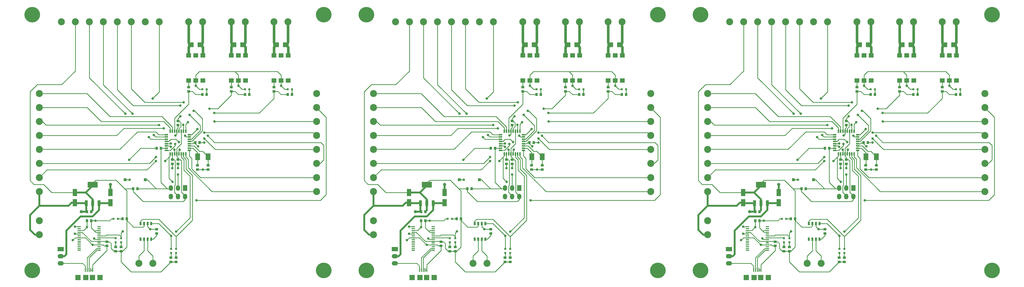
<source format=gtl>
G04 (created by PCBNEW (2013-may-18)-stable) date Wed 01 Apr 2015 06:05:41 PM EDT*
%MOIN*%
G04 Gerber Fmt 3.4, Leading zero omitted, Abs format*
%FSLAX34Y34*%
G01*
G70*
G90*
G04 APERTURE LIST*
%ADD10C,0.00590551*%
%ADD11C,0.219*%
%ADD12R,0.05X0.016*%
%ADD13R,0.144X0.08*%
%ADD14R,0.04X0.08*%
%ADD15R,0.025X0.05*%
%ADD16R,0.0394X0.0394*%
%ADD17R,0.06X0.0787*%
%ADD18O,0.06X0.0787*%
%ADD19R,0.0866X0.06*%
%ADD20O,0.0866X0.06*%
%ADD21C,0.0984252*%
%ADD22R,0.0708661X0.0590551*%
%ADD23R,0.0217X0.0512*%
%ADD24R,0.0512X0.0217*%
%ADD25R,0.0669291X0.0944882*%
%ADD26R,0.063X0.1024*%
%ADD27R,0.0394X0.0354*%
%ADD28R,0.0354X0.0394*%
%ADD29R,0.0314X0.0314*%
%ADD30R,0.0747X0.0747*%
%ADD31R,0.0157X0.0531*%
%ADD32R,0.0157X0.053*%
%ADD33R,0.0827X0.0669*%
%ADD34C,0.035*%
%ADD35C,0.045*%
%ADD36C,0.01*%
%ADD37C,0.035*%
%ADD38C,0.025*%
G04 APERTURE END LIST*
G54D10*
G54D11*
X108000Y-20000D03*
X149000Y-20000D03*
X149000Y-56000D03*
G54D12*
X114600Y-49850D03*
X114600Y-50100D03*
X114600Y-50360D03*
X114600Y-50620D03*
X114600Y-50870D03*
X114600Y-51130D03*
X114600Y-51390D03*
X114600Y-51640D03*
X114600Y-51900D03*
X114600Y-52150D03*
X114600Y-52410D03*
X114600Y-52670D03*
X114600Y-52920D03*
X114600Y-53180D03*
X117400Y-53180D03*
X117400Y-52920D03*
X117400Y-52680D03*
X117400Y-52410D03*
X117400Y-52150D03*
X117400Y-51900D03*
X117400Y-51640D03*
X117400Y-51390D03*
X117400Y-51130D03*
X117400Y-50870D03*
X117400Y-50620D03*
X117400Y-50360D03*
X117400Y-50100D03*
X117400Y-49850D03*
G54D13*
X116500Y-43950D03*
G54D14*
X116500Y-46550D03*
X117400Y-46550D03*
X115600Y-46550D03*
G54D15*
X124750Y-49400D03*
X124250Y-49400D03*
X123750Y-49400D03*
X123250Y-49400D03*
X123250Y-51600D03*
X123750Y-51600D03*
X124250Y-51600D03*
X124750Y-51600D03*
G54D16*
X123917Y-43250D03*
X121083Y-43250D03*
G54D17*
X129500Y-44402D03*
G54D18*
X129500Y-45598D03*
X128500Y-44402D03*
X128500Y-45598D03*
X127500Y-44402D03*
X127500Y-45598D03*
G54D19*
X112000Y-53000D03*
G54D20*
X112000Y-54000D03*
X112000Y-55000D03*
G54D21*
X148000Y-31110D03*
X148000Y-33078D03*
X148000Y-35047D03*
X148000Y-37015D03*
X148000Y-38984D03*
X148000Y-40952D03*
X148000Y-44889D03*
X148000Y-42921D03*
X112110Y-21000D03*
X114078Y-21000D03*
X116047Y-21000D03*
X118015Y-21000D03*
X119984Y-21000D03*
X121952Y-21000D03*
X125889Y-21000D03*
X123921Y-21000D03*
X109000Y-44889D03*
X109000Y-42921D03*
X109000Y-40952D03*
X109000Y-38984D03*
X109000Y-37015D03*
X109000Y-35047D03*
X109000Y-31110D03*
X109000Y-33078D03*
X131984Y-21000D03*
X130015Y-21000D03*
X109000Y-49015D03*
X109000Y-50984D03*
X137984Y-21000D03*
X136015Y-21000D03*
X143984Y-21000D03*
X142015Y-21000D03*
X123015Y-55000D03*
X124984Y-55000D03*
G54D22*
X142000Y-29274D03*
X143000Y-29274D03*
X144000Y-29274D03*
X144000Y-25726D03*
X143000Y-25726D03*
X142000Y-25728D03*
X136000Y-29274D03*
X137000Y-29274D03*
X138000Y-29274D03*
X138000Y-25726D03*
X137000Y-25726D03*
X136000Y-25728D03*
X130000Y-29274D03*
X131000Y-29274D03*
X132000Y-29274D03*
X132000Y-25726D03*
X131000Y-25726D03*
X130000Y-25728D03*
G54D23*
X128343Y-39614D03*
X128657Y-39614D03*
X128972Y-39614D03*
X129287Y-39614D03*
X129602Y-39614D03*
X127398Y-39614D03*
X127713Y-39614D03*
X128028Y-39614D03*
G54D24*
X130114Y-39102D03*
X130114Y-38787D03*
X130114Y-38472D03*
X130114Y-38157D03*
X130114Y-37843D03*
X130114Y-37528D03*
X130114Y-37213D03*
X130114Y-36898D03*
G54D23*
X129602Y-36386D03*
X129287Y-36386D03*
X128972Y-36386D03*
X128657Y-36386D03*
X128343Y-36386D03*
X128028Y-36386D03*
X127713Y-36386D03*
X127398Y-36386D03*
G54D24*
X126886Y-36898D03*
X126886Y-37213D03*
X126886Y-37528D03*
X126886Y-37843D03*
X126886Y-38157D03*
X126886Y-38472D03*
X126886Y-38787D03*
X126886Y-39102D03*
G54D25*
X132728Y-40000D03*
X131271Y-40000D03*
G54D26*
X114000Y-45041D03*
X114000Y-46459D03*
X119000Y-46459D03*
X119000Y-45041D03*
G54D11*
X108000Y-56000D03*
G54D27*
X131250Y-41204D03*
X131250Y-41796D03*
X132750Y-41204D03*
X132750Y-41796D03*
G54D28*
X116296Y-47750D03*
X115704Y-47750D03*
G54D27*
X118500Y-51954D03*
X118500Y-52546D03*
X125500Y-50796D03*
X125500Y-50204D03*
G54D28*
X131546Y-38000D03*
X130954Y-38000D03*
X125504Y-38800D03*
X126096Y-38800D03*
X116296Y-49000D03*
X115704Y-49000D03*
G54D27*
X127700Y-40996D03*
X127700Y-40404D03*
G54D29*
X127550Y-53545D03*
X127550Y-52955D03*
X128250Y-53545D03*
X128250Y-52955D03*
X120500Y-52045D03*
X120500Y-51455D03*
X119750Y-52045D03*
X119750Y-51455D03*
X120045Y-48750D03*
X119455Y-48750D03*
G54D27*
X127500Y-54204D03*
X127500Y-54796D03*
X128250Y-54204D03*
X128250Y-54796D03*
X120500Y-52704D03*
X120500Y-53296D03*
X119750Y-52704D03*
X119750Y-53296D03*
G54D28*
X121296Y-48750D03*
X120704Y-48750D03*
X122796Y-44500D03*
X122204Y-44500D03*
G54D27*
X128500Y-40404D03*
X128500Y-40996D03*
X128500Y-35546D03*
X128500Y-34954D03*
X136000Y-30796D03*
X136000Y-30204D03*
X130000Y-30796D03*
X130000Y-30204D03*
X142000Y-30796D03*
X142000Y-30204D03*
G54D30*
X115528Y-57000D03*
X116472Y-57000D03*
X117555Y-57000D03*
X114445Y-57000D03*
G54D31*
X115488Y-55947D03*
G54D32*
X115745Y-55947D03*
X116000Y-55947D03*
X116255Y-55947D03*
X116512Y-55947D03*
G54D29*
X132545Y-30500D03*
X131955Y-30500D03*
X138545Y-30500D03*
X137955Y-30500D03*
X144545Y-30500D03*
X143955Y-30500D03*
G54D33*
X131681Y-24250D03*
X130319Y-24250D03*
X137681Y-24250D03*
X136319Y-24250D03*
X143681Y-24250D03*
X142319Y-24250D03*
G54D28*
X138546Y-31250D03*
X137954Y-31250D03*
X132546Y-31250D03*
X131954Y-31250D03*
X144546Y-31250D03*
X143954Y-31250D03*
X97546Y-31250D03*
X96954Y-31250D03*
X85546Y-31250D03*
X84954Y-31250D03*
X91546Y-31250D03*
X90954Y-31250D03*
G54D33*
X96681Y-24250D03*
X95319Y-24250D03*
X90681Y-24250D03*
X89319Y-24250D03*
X84681Y-24250D03*
X83319Y-24250D03*
G54D29*
X97545Y-30500D03*
X96955Y-30500D03*
X91545Y-30500D03*
X90955Y-30500D03*
X85545Y-30500D03*
X84955Y-30500D03*
G54D30*
X68528Y-57000D03*
X69472Y-57000D03*
X70555Y-57000D03*
X67445Y-57000D03*
G54D31*
X68488Y-55947D03*
G54D32*
X68745Y-55947D03*
X69000Y-55947D03*
X69255Y-55947D03*
X69512Y-55947D03*
G54D27*
X95000Y-30796D03*
X95000Y-30204D03*
X83000Y-30796D03*
X83000Y-30204D03*
X89000Y-30796D03*
X89000Y-30204D03*
X81500Y-35546D03*
X81500Y-34954D03*
X81500Y-40404D03*
X81500Y-40996D03*
G54D28*
X75796Y-44500D03*
X75204Y-44500D03*
X74296Y-48750D03*
X73704Y-48750D03*
G54D27*
X72750Y-52704D03*
X72750Y-53296D03*
X73500Y-52704D03*
X73500Y-53296D03*
X81250Y-54204D03*
X81250Y-54796D03*
X80500Y-54204D03*
X80500Y-54796D03*
G54D29*
X73045Y-48750D03*
X72455Y-48750D03*
X72750Y-52045D03*
X72750Y-51455D03*
X73500Y-52045D03*
X73500Y-51455D03*
X81250Y-53545D03*
X81250Y-52955D03*
X80550Y-53545D03*
X80550Y-52955D03*
G54D27*
X80700Y-40996D03*
X80700Y-40404D03*
G54D28*
X69296Y-49000D03*
X68704Y-49000D03*
X78504Y-38800D03*
X79096Y-38800D03*
X84546Y-38000D03*
X83954Y-38000D03*
G54D27*
X78500Y-50796D03*
X78500Y-50204D03*
X71500Y-51954D03*
X71500Y-52546D03*
G54D28*
X69296Y-47750D03*
X68704Y-47750D03*
G54D27*
X85750Y-41204D03*
X85750Y-41796D03*
X84250Y-41204D03*
X84250Y-41796D03*
G54D11*
X61000Y-56000D03*
G54D26*
X72000Y-46459D03*
X72000Y-45041D03*
X67000Y-45041D03*
X67000Y-46459D03*
G54D25*
X85728Y-40000D03*
X84271Y-40000D03*
G54D23*
X81343Y-39614D03*
X81657Y-39614D03*
X81972Y-39614D03*
X82287Y-39614D03*
X82602Y-39614D03*
X80398Y-39614D03*
X80713Y-39614D03*
X81028Y-39614D03*
G54D24*
X83114Y-39102D03*
X83114Y-38787D03*
X83114Y-38472D03*
X83114Y-38157D03*
X83114Y-37843D03*
X83114Y-37528D03*
X83114Y-37213D03*
X83114Y-36898D03*
G54D23*
X82602Y-36386D03*
X82287Y-36386D03*
X81972Y-36386D03*
X81657Y-36386D03*
X81343Y-36386D03*
X81028Y-36386D03*
X80713Y-36386D03*
X80398Y-36386D03*
G54D24*
X79886Y-36898D03*
X79886Y-37213D03*
X79886Y-37528D03*
X79886Y-37843D03*
X79886Y-38157D03*
X79886Y-38472D03*
X79886Y-38787D03*
X79886Y-39102D03*
G54D22*
X83000Y-29274D03*
X84000Y-29274D03*
X85000Y-29274D03*
X85000Y-25726D03*
X84000Y-25726D03*
X83000Y-25728D03*
X89000Y-29274D03*
X90000Y-29274D03*
X91000Y-29274D03*
X91000Y-25726D03*
X90000Y-25726D03*
X89000Y-25728D03*
X95000Y-29274D03*
X96000Y-29274D03*
X97000Y-29274D03*
X97000Y-25726D03*
X96000Y-25726D03*
X95000Y-25728D03*
G54D21*
X76015Y-55000D03*
X77984Y-55000D03*
X96984Y-21000D03*
X95015Y-21000D03*
X90984Y-21000D03*
X89015Y-21000D03*
X62000Y-49015D03*
X62000Y-50984D03*
X84984Y-21000D03*
X83015Y-21000D03*
X62000Y-44889D03*
X62000Y-42921D03*
X62000Y-40952D03*
X62000Y-38984D03*
X62000Y-37015D03*
X62000Y-35047D03*
X62000Y-31110D03*
X62000Y-33078D03*
X65110Y-21000D03*
X67078Y-21000D03*
X69047Y-21000D03*
X71015Y-21000D03*
X72984Y-21000D03*
X74952Y-21000D03*
X78889Y-21000D03*
X76921Y-21000D03*
X101000Y-31110D03*
X101000Y-33078D03*
X101000Y-35047D03*
X101000Y-37015D03*
X101000Y-38984D03*
X101000Y-40952D03*
X101000Y-44889D03*
X101000Y-42921D03*
G54D19*
X65000Y-53000D03*
G54D20*
X65000Y-54000D03*
X65000Y-55000D03*
G54D17*
X82500Y-44402D03*
G54D18*
X82500Y-45598D03*
X81500Y-44402D03*
X81500Y-45598D03*
X80500Y-44402D03*
X80500Y-45598D03*
G54D16*
X76917Y-43250D03*
X74083Y-43250D03*
G54D15*
X77750Y-49400D03*
X77250Y-49400D03*
X76750Y-49400D03*
X76250Y-49400D03*
X76250Y-51600D03*
X76750Y-51600D03*
X77250Y-51600D03*
X77750Y-51600D03*
G54D13*
X69500Y-43950D03*
G54D14*
X69500Y-46550D03*
X70400Y-46550D03*
X68600Y-46550D03*
G54D12*
X67600Y-49850D03*
X67600Y-50100D03*
X67600Y-50360D03*
X67600Y-50620D03*
X67600Y-50870D03*
X67600Y-51130D03*
X67600Y-51390D03*
X67600Y-51640D03*
X67600Y-51900D03*
X67600Y-52150D03*
X67600Y-52410D03*
X67600Y-52670D03*
X67600Y-52920D03*
X67600Y-53180D03*
X70400Y-53180D03*
X70400Y-52920D03*
X70400Y-52680D03*
X70400Y-52410D03*
X70400Y-52150D03*
X70400Y-51900D03*
X70400Y-51640D03*
X70400Y-51390D03*
X70400Y-51130D03*
X70400Y-50870D03*
X70400Y-50620D03*
X70400Y-50360D03*
X70400Y-50100D03*
X70400Y-49850D03*
G54D11*
X102000Y-56000D03*
X102000Y-20000D03*
X61000Y-20000D03*
X14000Y-20000D03*
X55000Y-20000D03*
X55000Y-56000D03*
G54D12*
X20600Y-49850D03*
X20600Y-50100D03*
X20600Y-50360D03*
X20600Y-50620D03*
X20600Y-50870D03*
X20600Y-51130D03*
X20600Y-51390D03*
X20600Y-51640D03*
X20600Y-51900D03*
X20600Y-52150D03*
X20600Y-52410D03*
X20600Y-52670D03*
X20600Y-52920D03*
X20600Y-53180D03*
X23400Y-53180D03*
X23400Y-52920D03*
X23400Y-52680D03*
X23400Y-52410D03*
X23400Y-52150D03*
X23400Y-51900D03*
X23400Y-51640D03*
X23400Y-51390D03*
X23400Y-51130D03*
X23400Y-50870D03*
X23400Y-50620D03*
X23400Y-50360D03*
X23400Y-50100D03*
X23400Y-49850D03*
G54D13*
X22500Y-43950D03*
G54D14*
X22500Y-46550D03*
X23400Y-46550D03*
X21600Y-46550D03*
G54D15*
X30750Y-49400D03*
X30250Y-49400D03*
X29750Y-49400D03*
X29250Y-49400D03*
X29250Y-51600D03*
X29750Y-51600D03*
X30250Y-51600D03*
X30750Y-51600D03*
G54D16*
X29917Y-43250D03*
X27083Y-43250D03*
G54D17*
X35500Y-44402D03*
G54D18*
X35500Y-45598D03*
X34500Y-44402D03*
X34500Y-45598D03*
X33500Y-44402D03*
X33500Y-45598D03*
G54D19*
X18000Y-53000D03*
G54D20*
X18000Y-54000D03*
X18000Y-55000D03*
G54D21*
X54000Y-31110D03*
X54000Y-33078D03*
X54000Y-35047D03*
X54000Y-37015D03*
X54000Y-38984D03*
X54000Y-40952D03*
X54000Y-44889D03*
X54000Y-42921D03*
X18110Y-21000D03*
X20078Y-21000D03*
X22047Y-21000D03*
X24015Y-21000D03*
X25984Y-21000D03*
X27952Y-21000D03*
X31889Y-21000D03*
X29921Y-21000D03*
X15000Y-44889D03*
X15000Y-42921D03*
X15000Y-40952D03*
X15000Y-38984D03*
X15000Y-37015D03*
X15000Y-35047D03*
X15000Y-31110D03*
X15000Y-33078D03*
X37984Y-21000D03*
X36015Y-21000D03*
X15000Y-49015D03*
X15000Y-50984D03*
X43984Y-21000D03*
X42015Y-21000D03*
X49984Y-21000D03*
X48015Y-21000D03*
X29015Y-55000D03*
X30984Y-55000D03*
G54D22*
X48000Y-29274D03*
X49000Y-29274D03*
X50000Y-29274D03*
X50000Y-25726D03*
X49000Y-25726D03*
X48000Y-25728D03*
X42000Y-29274D03*
X43000Y-29274D03*
X44000Y-29274D03*
X44000Y-25726D03*
X43000Y-25726D03*
X42000Y-25728D03*
X36000Y-29274D03*
X37000Y-29274D03*
X38000Y-29274D03*
X38000Y-25726D03*
X37000Y-25726D03*
X36000Y-25728D03*
G54D23*
X34343Y-39614D03*
X34657Y-39614D03*
X34972Y-39614D03*
X35287Y-39614D03*
X35602Y-39614D03*
X33398Y-39614D03*
X33713Y-39614D03*
X34028Y-39614D03*
G54D24*
X36114Y-39102D03*
X36114Y-38787D03*
X36114Y-38472D03*
X36114Y-38157D03*
X36114Y-37843D03*
X36114Y-37528D03*
X36114Y-37213D03*
X36114Y-36898D03*
G54D23*
X35602Y-36386D03*
X35287Y-36386D03*
X34972Y-36386D03*
X34657Y-36386D03*
X34343Y-36386D03*
X34028Y-36386D03*
X33713Y-36386D03*
X33398Y-36386D03*
G54D24*
X32886Y-36898D03*
X32886Y-37213D03*
X32886Y-37528D03*
X32886Y-37843D03*
X32886Y-38157D03*
X32886Y-38472D03*
X32886Y-38787D03*
X32886Y-39102D03*
G54D25*
X38728Y-40000D03*
X37271Y-40000D03*
G54D26*
X20000Y-45041D03*
X20000Y-46459D03*
X25000Y-46459D03*
X25000Y-45041D03*
G54D11*
X14000Y-56000D03*
G54D27*
X37250Y-41204D03*
X37250Y-41796D03*
X38750Y-41204D03*
X38750Y-41796D03*
G54D28*
X22296Y-47750D03*
X21704Y-47750D03*
G54D27*
X24500Y-51954D03*
X24500Y-52546D03*
X31500Y-50796D03*
X31500Y-50204D03*
G54D28*
X37546Y-38000D03*
X36954Y-38000D03*
X31504Y-38800D03*
X32096Y-38800D03*
X22296Y-49000D03*
X21704Y-49000D03*
G54D27*
X33700Y-40996D03*
X33700Y-40404D03*
G54D29*
X33550Y-53545D03*
X33550Y-52955D03*
X34250Y-53545D03*
X34250Y-52955D03*
X26500Y-52045D03*
X26500Y-51455D03*
X25750Y-52045D03*
X25750Y-51455D03*
X26045Y-48750D03*
X25455Y-48750D03*
G54D27*
X33500Y-54204D03*
X33500Y-54796D03*
X34250Y-54204D03*
X34250Y-54796D03*
X26500Y-52704D03*
X26500Y-53296D03*
X25750Y-52704D03*
X25750Y-53296D03*
G54D28*
X27296Y-48750D03*
X26704Y-48750D03*
X28796Y-44500D03*
X28204Y-44500D03*
G54D27*
X34500Y-40404D03*
X34500Y-40996D03*
X34500Y-35546D03*
X34500Y-34954D03*
X42000Y-30796D03*
X42000Y-30204D03*
X36000Y-30796D03*
X36000Y-30204D03*
X48000Y-30796D03*
X48000Y-30204D03*
G54D30*
X21528Y-57000D03*
X22472Y-57000D03*
X23555Y-57000D03*
X20445Y-57000D03*
G54D31*
X21488Y-55947D03*
G54D32*
X21745Y-55947D03*
X22000Y-55947D03*
X22255Y-55947D03*
X22512Y-55947D03*
G54D29*
X38545Y-30500D03*
X37955Y-30500D03*
X44545Y-30500D03*
X43955Y-30500D03*
X50545Y-30500D03*
X49955Y-30500D03*
G54D33*
X37681Y-24250D03*
X36319Y-24250D03*
X43681Y-24250D03*
X42319Y-24250D03*
X49681Y-24250D03*
X48319Y-24250D03*
G54D28*
X44546Y-31250D03*
X43954Y-31250D03*
X38546Y-31250D03*
X37954Y-31250D03*
X50546Y-31250D03*
X49954Y-31250D03*
G54D34*
X130700Y-33550D03*
X129300Y-32350D03*
X82300Y-32350D03*
X83700Y-33550D03*
X36700Y-33550D03*
X35300Y-32350D03*
X128850Y-32800D03*
X130150Y-34100D03*
X83150Y-34100D03*
X81850Y-32800D03*
X34850Y-32800D03*
X36150Y-34100D03*
X122100Y-33950D03*
X125100Y-36950D03*
X78100Y-36950D03*
X75100Y-33950D03*
X28100Y-33950D03*
X31100Y-36950D03*
X124400Y-37250D03*
X121100Y-33950D03*
X74100Y-33950D03*
X77400Y-37250D03*
X30400Y-37250D03*
X27100Y-33950D03*
X129250Y-35500D03*
X126500Y-36000D03*
X79500Y-36000D03*
X82250Y-35500D03*
X35250Y-35500D03*
X32500Y-36000D03*
X129900Y-35150D03*
X125850Y-35550D03*
X78850Y-35550D03*
X82900Y-35150D03*
X35900Y-35150D03*
X31850Y-35550D03*
X128150Y-37000D03*
X124950Y-31800D03*
X77950Y-31800D03*
X81150Y-37000D03*
X34150Y-37000D03*
X30950Y-31800D03*
X128250Y-50550D03*
X127550Y-51150D03*
X80550Y-51150D03*
X81250Y-50550D03*
X34250Y-50550D03*
X33550Y-51150D03*
X120750Y-50500D03*
X73750Y-50500D03*
X26750Y-50500D03*
X132200Y-38000D03*
X114000Y-50850D03*
X67000Y-50850D03*
X85200Y-38000D03*
X38200Y-38000D03*
X20000Y-50850D03*
X127700Y-41600D03*
X114000Y-49850D03*
X67000Y-49850D03*
X80700Y-41600D03*
X33700Y-41600D03*
X20000Y-49850D03*
X133650Y-35047D03*
X131250Y-36100D03*
X84250Y-36100D03*
X86650Y-35047D03*
X39650Y-35047D03*
X37250Y-36100D03*
X132200Y-36600D03*
X129500Y-37050D03*
X82500Y-37050D03*
X85200Y-36600D03*
X38200Y-36600D03*
X35500Y-37050D03*
X132200Y-37450D03*
X127500Y-38600D03*
X80500Y-38600D03*
X85200Y-37450D03*
X38200Y-37450D03*
X33500Y-38600D03*
X125400Y-40600D03*
X126700Y-40600D03*
X127750Y-43550D03*
X80750Y-43550D03*
X79700Y-40600D03*
X78400Y-40600D03*
X31400Y-40600D03*
X32700Y-40600D03*
X33750Y-43550D03*
X125400Y-40050D03*
X128000Y-39000D03*
X81000Y-39000D03*
X78400Y-40050D03*
X31400Y-40050D03*
X34000Y-39000D03*
X121625Y-40425D03*
X115704Y-49896D03*
X68704Y-49896D03*
X74625Y-40425D03*
X27625Y-40425D03*
X21704Y-49896D03*
X131350Y-38550D03*
X128500Y-42500D03*
X81500Y-42500D03*
X84350Y-38550D03*
X37350Y-38550D03*
X34500Y-42500D03*
X132700Y-37050D03*
X128650Y-37950D03*
X81650Y-37950D03*
X85700Y-37050D03*
X38700Y-37050D03*
X34650Y-37950D03*
X127500Y-38150D03*
X132950Y-33250D03*
X85950Y-33250D03*
X80500Y-38150D03*
X33500Y-38150D03*
X38950Y-33250D03*
X128100Y-38200D03*
X133600Y-33850D03*
X86600Y-33850D03*
X81100Y-38200D03*
X34100Y-38200D03*
X39600Y-33850D03*
X137000Y-30000D03*
X143000Y-30000D03*
X131000Y-30000D03*
X128750Y-39000D03*
X116700Y-51500D03*
X113700Y-51750D03*
X116900Y-49000D03*
X124604Y-50204D03*
X128850Y-34300D03*
X121700Y-43250D03*
X128500Y-41600D03*
X132000Y-41796D03*
X116500Y-52400D03*
G54D35*
X114900Y-47750D03*
X119000Y-43900D03*
X72000Y-43900D03*
X67900Y-47750D03*
G54D34*
X69500Y-52400D03*
X85000Y-41796D03*
X81500Y-41600D03*
X74700Y-43250D03*
X81850Y-34300D03*
X77604Y-50204D03*
X69900Y-49000D03*
X66700Y-51750D03*
X69700Y-51500D03*
X81750Y-39000D03*
X84000Y-30000D03*
X96000Y-30000D03*
X90000Y-30000D03*
X43000Y-30000D03*
X49000Y-30000D03*
X37000Y-30000D03*
X34750Y-39000D03*
X22700Y-51500D03*
X19700Y-51750D03*
X22900Y-49000D03*
X30604Y-50204D03*
X34850Y-34300D03*
X27700Y-43250D03*
X34500Y-41600D03*
X38000Y-41796D03*
X22500Y-52400D03*
G54D35*
X20900Y-47750D03*
X25000Y-43900D03*
G54D34*
X131100Y-46150D03*
X84100Y-46150D03*
X37100Y-46150D03*
G54D36*
X129300Y-32350D02*
X123850Y-32350D01*
X130457Y-37843D02*
X131950Y-36350D01*
X131950Y-36350D02*
X131950Y-34650D01*
X131950Y-34650D02*
X130850Y-33550D01*
X130850Y-33550D02*
X130700Y-33550D01*
X130114Y-37843D02*
X130457Y-37843D01*
X121952Y-30452D02*
X121952Y-21000D01*
X123850Y-32350D02*
X121952Y-30452D01*
X121952Y-25002D02*
X121952Y-21000D01*
X74952Y-25002D02*
X74952Y-21000D01*
X76850Y-32350D02*
X74952Y-30452D01*
X74952Y-30452D02*
X74952Y-21000D01*
X83114Y-37843D02*
X83457Y-37843D01*
X83850Y-33550D02*
X83700Y-33550D01*
X84950Y-34650D02*
X83850Y-33550D01*
X84950Y-36350D02*
X84950Y-34650D01*
X83457Y-37843D02*
X84950Y-36350D01*
X82300Y-32350D02*
X76850Y-32350D01*
X35300Y-32350D02*
X29850Y-32350D01*
X36457Y-37843D02*
X37950Y-36350D01*
X37950Y-36350D02*
X37950Y-34650D01*
X37950Y-34650D02*
X36850Y-33550D01*
X36850Y-33550D02*
X36700Y-33550D01*
X36114Y-37843D02*
X36457Y-37843D01*
X27952Y-30452D02*
X27952Y-21000D01*
X29850Y-32350D02*
X27952Y-30452D01*
X27952Y-25002D02*
X27952Y-21000D01*
X128850Y-32800D02*
X122200Y-32800D01*
X130114Y-37528D02*
X130422Y-37528D01*
X119984Y-30584D02*
X119984Y-21000D01*
X122200Y-32800D02*
X119984Y-30584D01*
X119984Y-21000D02*
X119984Y-23934D01*
X131650Y-36300D02*
X130422Y-37528D01*
X131650Y-35600D02*
X131650Y-36300D01*
X130150Y-34100D02*
X131650Y-35600D01*
X83150Y-34100D02*
X84650Y-35600D01*
X84650Y-35600D02*
X84650Y-36300D01*
X84650Y-36300D02*
X83422Y-37528D01*
X72984Y-21000D02*
X72984Y-23934D01*
X75200Y-32800D02*
X72984Y-30584D01*
X72984Y-30584D02*
X72984Y-21000D01*
X83114Y-37528D02*
X83422Y-37528D01*
X81850Y-32800D02*
X75200Y-32800D01*
X34850Y-32800D02*
X28200Y-32800D01*
X36114Y-37528D02*
X36422Y-37528D01*
X25984Y-30584D02*
X25984Y-21000D01*
X28200Y-32800D02*
X25984Y-30584D01*
X25984Y-21000D02*
X25984Y-23934D01*
X37650Y-36300D02*
X36422Y-37528D01*
X37650Y-35600D02*
X37650Y-36300D01*
X36150Y-34100D02*
X37650Y-35600D01*
X118015Y-21000D02*
X118015Y-29865D01*
X125363Y-37213D02*
X126886Y-37213D01*
X125363Y-37213D02*
X125100Y-36950D01*
X118015Y-29865D02*
X122100Y-33950D01*
X71015Y-29865D02*
X75100Y-33950D01*
X78363Y-37213D02*
X78100Y-36950D01*
X78363Y-37213D02*
X79886Y-37213D01*
X71015Y-21000D02*
X71015Y-29865D01*
X24015Y-21000D02*
X24015Y-29865D01*
X31363Y-37213D02*
X32886Y-37213D01*
X31363Y-37213D02*
X31100Y-36950D01*
X24015Y-29865D02*
X28100Y-33950D01*
X121100Y-33950D02*
X116050Y-28900D01*
X126886Y-37528D02*
X124678Y-37528D01*
X124678Y-37528D02*
X124400Y-37250D01*
X116050Y-21002D02*
X116047Y-21000D01*
X116050Y-28900D02*
X116050Y-21002D01*
X69050Y-28900D02*
X69050Y-21002D01*
X69050Y-21002D02*
X69047Y-21000D01*
X77678Y-37528D02*
X77400Y-37250D01*
X79886Y-37528D02*
X77678Y-37528D01*
X74100Y-33950D02*
X69050Y-28900D01*
X27100Y-33950D02*
X22050Y-28900D01*
X32886Y-37528D02*
X30678Y-37528D01*
X30678Y-37528D02*
X30400Y-37250D01*
X22050Y-21002D02*
X22047Y-21000D01*
X22050Y-28900D02*
X22050Y-21002D01*
X117700Y-35050D02*
X115728Y-33078D01*
X126500Y-35050D02*
X117700Y-35050D01*
X127398Y-35948D02*
X126500Y-35050D01*
X115728Y-33078D02*
X109000Y-33078D01*
X127398Y-35950D02*
X127398Y-35948D01*
X127398Y-35948D02*
X127398Y-35950D01*
X127398Y-35950D02*
X127398Y-36386D01*
X80398Y-35950D02*
X80398Y-36386D01*
X80398Y-35948D02*
X80398Y-35950D01*
X80398Y-35950D02*
X80398Y-35948D01*
X68728Y-33078D02*
X62000Y-33078D01*
X80398Y-35948D02*
X79500Y-35050D01*
X79500Y-35050D02*
X70700Y-35050D01*
X70700Y-35050D02*
X68728Y-33078D01*
X23700Y-35050D02*
X21728Y-33078D01*
X32500Y-35050D02*
X23700Y-35050D01*
X33398Y-35948D02*
X32500Y-35050D01*
X21728Y-33078D02*
X15000Y-33078D01*
X33398Y-35950D02*
X33398Y-35948D01*
X33398Y-35948D02*
X33398Y-35950D01*
X33398Y-35950D02*
X33398Y-36386D01*
X109000Y-31110D02*
X115710Y-31110D01*
X115710Y-31110D02*
X118950Y-34350D01*
X118950Y-34350D02*
X126250Y-34350D01*
X126250Y-34350D02*
X127713Y-35813D01*
X127713Y-35813D02*
X127713Y-35850D01*
X126250Y-34350D02*
X126200Y-34350D01*
X127713Y-35850D02*
X127713Y-35813D01*
X127713Y-35813D02*
X127713Y-35850D01*
X127713Y-35850D02*
X127713Y-36386D01*
X80713Y-35850D02*
X80713Y-36386D01*
X80713Y-35813D02*
X80713Y-35850D01*
X80713Y-35850D02*
X80713Y-35813D01*
X79250Y-34350D02*
X79200Y-34350D01*
X80713Y-35813D02*
X80713Y-35850D01*
X79250Y-34350D02*
X80713Y-35813D01*
X71950Y-34350D02*
X79250Y-34350D01*
X68710Y-31110D02*
X71950Y-34350D01*
X62000Y-31110D02*
X68710Y-31110D01*
X15000Y-31110D02*
X21710Y-31110D01*
X21710Y-31110D02*
X24950Y-34350D01*
X24950Y-34350D02*
X32250Y-34350D01*
X32250Y-34350D02*
X33713Y-35813D01*
X33713Y-35813D02*
X33713Y-35850D01*
X32250Y-34350D02*
X32200Y-34350D01*
X33713Y-35850D02*
X33713Y-35813D01*
X33713Y-35813D02*
X33713Y-35850D01*
X33713Y-35850D02*
X33713Y-36386D01*
X109000Y-37015D02*
X119884Y-37015D01*
X129287Y-35537D02*
X129250Y-35500D01*
X129287Y-35537D02*
X129287Y-36386D01*
X120900Y-36000D02*
X126500Y-36000D01*
X119884Y-37015D02*
X120900Y-36000D01*
X72884Y-37015D02*
X73900Y-36000D01*
X73900Y-36000D02*
X79500Y-36000D01*
X82287Y-35537D02*
X82287Y-36386D01*
X82287Y-35537D02*
X82250Y-35500D01*
X62000Y-37015D02*
X72884Y-37015D01*
X15000Y-37015D02*
X25884Y-37015D01*
X35287Y-35537D02*
X35250Y-35500D01*
X35287Y-35537D02*
X35287Y-36386D01*
X26900Y-36000D02*
X32500Y-36000D01*
X25884Y-37015D02*
X26900Y-36000D01*
X109000Y-35047D02*
X109447Y-35047D01*
X129602Y-35448D02*
X129900Y-35150D01*
X129602Y-35448D02*
X129602Y-36386D01*
X109950Y-35550D02*
X125850Y-35550D01*
X109447Y-35047D02*
X109950Y-35550D01*
X62447Y-35047D02*
X62950Y-35550D01*
X62950Y-35550D02*
X78850Y-35550D01*
X82602Y-35448D02*
X82602Y-36386D01*
X82602Y-35448D02*
X82900Y-35150D01*
X62000Y-35047D02*
X62447Y-35047D01*
X15000Y-35047D02*
X15447Y-35047D01*
X35602Y-35448D02*
X35900Y-35150D01*
X35602Y-35448D02*
X35602Y-36386D01*
X15950Y-35550D02*
X31850Y-35550D01*
X15447Y-35047D02*
X15950Y-35550D01*
X128343Y-36807D02*
X128150Y-37000D01*
X128343Y-36386D02*
X128343Y-36807D01*
X125889Y-30860D02*
X125889Y-21000D01*
X124950Y-31800D02*
X125889Y-30860D01*
X128500Y-35546D02*
X128500Y-35900D01*
X128343Y-36057D02*
X128343Y-36386D01*
X128500Y-35900D02*
X128343Y-36057D01*
X81500Y-35900D02*
X81343Y-36057D01*
X81343Y-36057D02*
X81343Y-36386D01*
X81500Y-35546D02*
X81500Y-35900D01*
X77950Y-31800D02*
X78889Y-30860D01*
X78889Y-30860D02*
X78889Y-21000D01*
X81343Y-36386D02*
X81343Y-36807D01*
X81343Y-36807D02*
X81150Y-37000D01*
X34343Y-36807D02*
X34150Y-37000D01*
X34343Y-36386D02*
X34343Y-36807D01*
X31889Y-30860D02*
X31889Y-21000D01*
X30950Y-31800D02*
X31889Y-30860D01*
X34500Y-35546D02*
X34500Y-35900D01*
X34343Y-36057D02*
X34343Y-36386D01*
X34500Y-35900D02*
X34343Y-36057D01*
X129287Y-39614D02*
X129287Y-40037D01*
X130550Y-43850D02*
X130550Y-48950D01*
X130550Y-48950D02*
X128250Y-51250D01*
X130550Y-42650D02*
X130550Y-43850D01*
X129650Y-41750D02*
X130550Y-42650D01*
X129650Y-40400D02*
X129650Y-41750D01*
X129287Y-40037D02*
X129650Y-40400D01*
X123250Y-49400D02*
X123250Y-49050D01*
X128250Y-51250D02*
X128250Y-52955D01*
X125800Y-48800D02*
X128250Y-51250D01*
X123500Y-48800D02*
X125800Y-48800D01*
X123250Y-49050D02*
X123500Y-48800D01*
X76250Y-49050D02*
X76500Y-48800D01*
X76500Y-48800D02*
X78800Y-48800D01*
X78800Y-48800D02*
X81250Y-51250D01*
X81250Y-51250D02*
X81250Y-52955D01*
X76250Y-49400D02*
X76250Y-49050D01*
X82287Y-40037D02*
X82650Y-40400D01*
X82650Y-40400D02*
X82650Y-41750D01*
X82650Y-41750D02*
X83550Y-42650D01*
X83550Y-42650D02*
X83550Y-43850D01*
X83550Y-48950D02*
X81250Y-51250D01*
X83550Y-43850D02*
X83550Y-48950D01*
X82287Y-39614D02*
X82287Y-40037D01*
X35287Y-39614D02*
X35287Y-40037D01*
X36550Y-43850D02*
X36550Y-48950D01*
X36550Y-48950D02*
X34250Y-51250D01*
X36550Y-42650D02*
X36550Y-43850D01*
X35650Y-41750D02*
X36550Y-42650D01*
X35650Y-40400D02*
X35650Y-41750D01*
X35287Y-40037D02*
X35650Y-40400D01*
X29250Y-49400D02*
X29250Y-49050D01*
X34250Y-51250D02*
X34250Y-52955D01*
X31800Y-48800D02*
X34250Y-51250D01*
X29500Y-48800D02*
X31800Y-48800D01*
X29250Y-49050D02*
X29500Y-48800D01*
X130200Y-43900D02*
X130200Y-42750D01*
X130200Y-48600D02*
X128250Y-50550D01*
X130200Y-43900D02*
X130200Y-46200D01*
X130200Y-46200D02*
X130200Y-48600D01*
X128972Y-40072D02*
X128972Y-39614D01*
X129350Y-40450D02*
X128972Y-40072D01*
X129350Y-41900D02*
X129350Y-40450D01*
X130200Y-42750D02*
X129350Y-41900D01*
X124750Y-49400D02*
X125800Y-49400D01*
X127550Y-51150D02*
X127550Y-52955D01*
X125800Y-49400D02*
X127550Y-51150D01*
X78800Y-49400D02*
X80550Y-51150D01*
X80550Y-51150D02*
X80550Y-52955D01*
X77750Y-49400D02*
X78800Y-49400D01*
X83200Y-42750D02*
X82350Y-41900D01*
X82350Y-41900D02*
X82350Y-40450D01*
X82350Y-40450D02*
X81972Y-40072D01*
X81972Y-40072D02*
X81972Y-39614D01*
X83200Y-46200D02*
X83200Y-48600D01*
X83200Y-43900D02*
X83200Y-46200D01*
X83200Y-48600D02*
X81250Y-50550D01*
X83200Y-43900D02*
X83200Y-42750D01*
X36200Y-43900D02*
X36200Y-42750D01*
X36200Y-48600D02*
X34250Y-50550D01*
X36200Y-43900D02*
X36200Y-46200D01*
X36200Y-46200D02*
X36200Y-48600D01*
X34972Y-40072D02*
X34972Y-39614D01*
X35350Y-40450D02*
X34972Y-40072D01*
X35350Y-41900D02*
X35350Y-40450D01*
X36200Y-42750D02*
X35350Y-41900D01*
X30750Y-49400D02*
X31800Y-49400D01*
X33550Y-51150D02*
X33550Y-52955D01*
X31800Y-49400D02*
X33550Y-51150D01*
X124250Y-51600D02*
X124250Y-53250D01*
X124984Y-53984D02*
X124984Y-55000D01*
X124250Y-53250D02*
X124984Y-53984D01*
X77250Y-53250D02*
X77984Y-53984D01*
X77984Y-53984D02*
X77984Y-55000D01*
X77250Y-51600D02*
X77250Y-53250D01*
X30250Y-51600D02*
X30250Y-53250D01*
X30984Y-53984D02*
X30984Y-55000D01*
X30250Y-53250D02*
X30984Y-53984D01*
X123750Y-51600D02*
X123750Y-53250D01*
X123015Y-53984D02*
X123015Y-55000D01*
X123750Y-53250D02*
X123015Y-53984D01*
X76750Y-53250D02*
X76015Y-53984D01*
X76015Y-53984D02*
X76015Y-55000D01*
X76750Y-51600D02*
X76750Y-53250D01*
X29750Y-51600D02*
X29750Y-53250D01*
X29015Y-53984D02*
X29015Y-55000D01*
X29750Y-53250D02*
X29015Y-53984D01*
X120500Y-51455D02*
X120500Y-50750D01*
X120500Y-50750D02*
X120750Y-50500D01*
X117400Y-51130D02*
X118370Y-51130D01*
X120500Y-51250D02*
X120500Y-51455D01*
X120250Y-51000D02*
X120500Y-51250D01*
X118500Y-51000D02*
X120250Y-51000D01*
X118370Y-51130D02*
X118500Y-51000D01*
X71370Y-51130D02*
X71500Y-51000D01*
X71500Y-51000D02*
X73250Y-51000D01*
X73250Y-51000D02*
X73500Y-51250D01*
X73500Y-51250D02*
X73500Y-51455D01*
X70400Y-51130D02*
X71370Y-51130D01*
X73500Y-50750D02*
X73750Y-50500D01*
X73500Y-51455D02*
X73500Y-50750D01*
X26500Y-51455D02*
X26500Y-50750D01*
X26500Y-50750D02*
X26750Y-50500D01*
X23400Y-51130D02*
X24370Y-51130D01*
X26500Y-51250D02*
X26500Y-51455D01*
X26250Y-51000D02*
X26500Y-51250D01*
X24500Y-51000D02*
X26250Y-51000D01*
X24370Y-51130D02*
X24500Y-51000D01*
X117400Y-51390D02*
X119685Y-51390D01*
X119685Y-51390D02*
X119750Y-51455D01*
X72685Y-51390D02*
X72750Y-51455D01*
X70400Y-51390D02*
X72685Y-51390D01*
X23400Y-51390D02*
X25685Y-51390D01*
X25685Y-51390D02*
X25750Y-51455D01*
X120350Y-38950D02*
X109034Y-38950D01*
X120350Y-38950D02*
X122800Y-36500D01*
X125798Y-36898D02*
X125400Y-36500D01*
X125400Y-36500D02*
X122800Y-36500D01*
X126886Y-36898D02*
X125798Y-36898D01*
X109034Y-38950D02*
X109000Y-38984D01*
X62034Y-38950D02*
X62000Y-38984D01*
X79886Y-36898D02*
X78798Y-36898D01*
X78400Y-36500D02*
X75800Y-36500D01*
X78798Y-36898D02*
X78400Y-36500D01*
X73350Y-38950D02*
X75800Y-36500D01*
X73350Y-38950D02*
X62034Y-38950D01*
X26350Y-38950D02*
X15034Y-38950D01*
X26350Y-38950D02*
X28800Y-36500D01*
X31798Y-36898D02*
X31400Y-36500D01*
X31400Y-36500D02*
X28800Y-36500D01*
X32886Y-36898D02*
X31798Y-36898D01*
X15034Y-38950D02*
X15000Y-38984D01*
X131546Y-38000D02*
X132200Y-38000D01*
X114000Y-50850D02*
X114020Y-50870D01*
X114020Y-50870D02*
X114600Y-50870D01*
X67020Y-50870D02*
X67600Y-50870D01*
X67000Y-50850D02*
X67020Y-50870D01*
X84546Y-38000D02*
X85200Y-38000D01*
X37546Y-38000D02*
X38200Y-38000D01*
X20000Y-50850D02*
X20020Y-50870D01*
X20020Y-50870D02*
X20600Y-50870D01*
X127700Y-41600D02*
X127700Y-40996D01*
X114000Y-49850D02*
X114600Y-49850D01*
X67000Y-49850D02*
X67600Y-49850D01*
X80700Y-41600D02*
X80700Y-40996D01*
X33700Y-41600D02*
X33700Y-40996D01*
X20000Y-49850D02*
X20600Y-49850D01*
X133650Y-35047D02*
X148000Y-35047D01*
X130114Y-36898D02*
X130452Y-36898D01*
X130452Y-36898D02*
X131250Y-36100D01*
X83452Y-36898D02*
X84250Y-36100D01*
X83114Y-36898D02*
X83452Y-36898D01*
X86650Y-35047D02*
X101000Y-35047D01*
X39650Y-35047D02*
X54000Y-35047D01*
X36114Y-36898D02*
X36452Y-36898D01*
X36452Y-36898D02*
X37250Y-36100D01*
X132200Y-36600D02*
X147584Y-36600D01*
X130114Y-37213D02*
X129663Y-37213D01*
X129663Y-37213D02*
X129500Y-37050D01*
X147584Y-36600D02*
X148000Y-37015D01*
X100584Y-36600D02*
X101000Y-37015D01*
X82663Y-37213D02*
X82500Y-37050D01*
X83114Y-37213D02*
X82663Y-37213D01*
X85200Y-36600D02*
X100584Y-36600D01*
X38200Y-36600D02*
X53584Y-36600D01*
X36114Y-37213D02*
X35663Y-37213D01*
X35663Y-37213D02*
X35500Y-37050D01*
X53584Y-36600D02*
X54000Y-37015D01*
X148000Y-38984D02*
X133734Y-38984D01*
X133734Y-38984D02*
X132200Y-37450D01*
X127372Y-38472D02*
X127500Y-38600D01*
X127372Y-38472D02*
X126886Y-38472D01*
X80372Y-38472D02*
X79886Y-38472D01*
X80372Y-38472D02*
X80500Y-38600D01*
X86734Y-38984D02*
X85200Y-37450D01*
X101000Y-38984D02*
X86734Y-38984D01*
X54000Y-38984D02*
X39734Y-38984D01*
X39734Y-38984D02*
X38200Y-37450D01*
X33372Y-38472D02*
X33500Y-38600D01*
X33372Y-38472D02*
X32886Y-38472D01*
X129602Y-39614D02*
X129602Y-40002D01*
X133289Y-44889D02*
X148000Y-44889D01*
X129950Y-41550D02*
X133289Y-44889D01*
X129950Y-40350D02*
X129950Y-41550D01*
X129602Y-40002D02*
X129950Y-40350D01*
X82602Y-40002D02*
X82950Y-40350D01*
X82950Y-40350D02*
X82950Y-41550D01*
X82950Y-41550D02*
X86289Y-44889D01*
X86289Y-44889D02*
X101000Y-44889D01*
X82602Y-39614D02*
X82602Y-40002D01*
X35602Y-39614D02*
X35602Y-40002D01*
X39289Y-44889D02*
X54000Y-44889D01*
X35950Y-41550D02*
X39289Y-44889D01*
X35950Y-40350D02*
X35950Y-41550D01*
X35602Y-40002D02*
X35950Y-40350D01*
X127250Y-40050D02*
X126700Y-40600D01*
X110071Y-41850D02*
X109000Y-42921D01*
X124150Y-41850D02*
X110071Y-41850D01*
X125400Y-40600D02*
X124150Y-41850D01*
X127250Y-43050D02*
X127750Y-43550D01*
X127250Y-40050D02*
X127250Y-43050D01*
X127398Y-39902D02*
X127250Y-40050D01*
X127398Y-39614D02*
X127398Y-39902D01*
X80398Y-39614D02*
X80398Y-39902D01*
X80398Y-39902D02*
X80250Y-40050D01*
X80250Y-40050D02*
X80250Y-43050D01*
X80250Y-43050D02*
X80750Y-43550D01*
X78400Y-40600D02*
X77150Y-41850D01*
X77150Y-41850D02*
X63071Y-41850D01*
X63071Y-41850D02*
X62000Y-42921D01*
X80250Y-40050D02*
X79700Y-40600D01*
X33250Y-40050D02*
X32700Y-40600D01*
X16071Y-41850D02*
X15000Y-42921D01*
X30150Y-41850D02*
X16071Y-41850D01*
X31400Y-40600D02*
X30150Y-41850D01*
X33250Y-43050D02*
X33750Y-43550D01*
X33250Y-40050D02*
X33250Y-43050D01*
X33398Y-39902D02*
X33250Y-40050D01*
X33398Y-39614D02*
X33398Y-39902D01*
X130114Y-39102D02*
X130114Y-39914D01*
X131671Y-42921D02*
X148000Y-42921D01*
X130450Y-41700D02*
X131671Y-42921D01*
X130450Y-40250D02*
X130450Y-41700D01*
X130114Y-39914D02*
X130450Y-40250D01*
X83114Y-39914D02*
X83450Y-40250D01*
X83450Y-40250D02*
X83450Y-41700D01*
X83450Y-41700D02*
X84671Y-42921D01*
X84671Y-42921D02*
X101000Y-42921D01*
X83114Y-39102D02*
X83114Y-39914D01*
X36114Y-39102D02*
X36114Y-39914D01*
X37671Y-42921D02*
X54000Y-42921D01*
X36450Y-41700D02*
X37671Y-42921D01*
X36450Y-40250D02*
X36450Y-41700D01*
X36114Y-39914D02*
X36450Y-40250D01*
X127700Y-40404D02*
X127954Y-40404D01*
X128000Y-45000D02*
X128500Y-45500D01*
X128000Y-44100D02*
X128000Y-45000D01*
X128100Y-44000D02*
X128000Y-44100D01*
X128100Y-40550D02*
X128100Y-44000D01*
X127954Y-40404D02*
X128100Y-40550D01*
X127700Y-40404D02*
X127700Y-39627D01*
X127700Y-39627D02*
X127713Y-39614D01*
X80700Y-39627D02*
X80713Y-39614D01*
X80700Y-40404D02*
X80700Y-39627D01*
X80954Y-40404D02*
X81100Y-40550D01*
X81100Y-40550D02*
X81100Y-44000D01*
X81100Y-44000D02*
X81000Y-44100D01*
X81000Y-44100D02*
X81000Y-45000D01*
X81000Y-45000D02*
X81500Y-45500D01*
X80700Y-40404D02*
X80954Y-40404D01*
X33700Y-40404D02*
X33954Y-40404D01*
X34000Y-45000D02*
X34500Y-45500D01*
X34000Y-44100D02*
X34000Y-45000D01*
X34100Y-44000D02*
X34000Y-44100D01*
X34100Y-40550D02*
X34100Y-44000D01*
X33954Y-40404D02*
X34100Y-40550D01*
X33700Y-40404D02*
X33700Y-39627D01*
X33700Y-39627D02*
X33713Y-39614D01*
X128028Y-39614D02*
X128028Y-39028D01*
X124497Y-40952D02*
X109000Y-40952D01*
X125400Y-40050D02*
X124497Y-40952D01*
X128028Y-39028D02*
X128000Y-39000D01*
X81028Y-39028D02*
X81000Y-39000D01*
X78400Y-40050D02*
X77497Y-40952D01*
X77497Y-40952D02*
X62000Y-40952D01*
X81028Y-39614D02*
X81028Y-39028D01*
X34028Y-39614D02*
X34028Y-39028D01*
X30497Y-40952D02*
X15000Y-40952D01*
X31400Y-40050D02*
X30497Y-40952D01*
X34028Y-39028D02*
X34000Y-39000D01*
X125504Y-38800D02*
X123250Y-38800D01*
X123250Y-38800D02*
X121625Y-40425D01*
X121625Y-40425D02*
X121600Y-40450D01*
X114600Y-50360D02*
X115240Y-50360D01*
X115704Y-49896D02*
X115704Y-49100D01*
X115240Y-50360D02*
X115704Y-49896D01*
X68240Y-50360D02*
X68704Y-49896D01*
X68704Y-49896D02*
X68704Y-49100D01*
X67600Y-50360D02*
X68240Y-50360D01*
X74625Y-40425D02*
X74600Y-40450D01*
X76250Y-38800D02*
X74625Y-40425D01*
X78504Y-38800D02*
X76250Y-38800D01*
X31504Y-38800D02*
X29250Y-38800D01*
X29250Y-38800D02*
X27625Y-40425D01*
X27625Y-40425D02*
X27600Y-40450D01*
X20600Y-50360D02*
X21240Y-50360D01*
X21704Y-49896D02*
X21704Y-49100D01*
X21240Y-50360D02*
X21704Y-49896D01*
X130954Y-38154D02*
X131350Y-38550D01*
X128500Y-44500D02*
X128500Y-42500D01*
X130954Y-38154D02*
X130954Y-38000D01*
X130114Y-38157D02*
X130543Y-38157D01*
X130700Y-38000D02*
X130954Y-38000D01*
X130543Y-38157D02*
X130700Y-38000D01*
X83543Y-38157D02*
X83700Y-38000D01*
X83700Y-38000D02*
X83954Y-38000D01*
X83114Y-38157D02*
X83543Y-38157D01*
X83954Y-38154D02*
X83954Y-38000D01*
X81500Y-44500D02*
X81500Y-42500D01*
X83954Y-38154D02*
X84350Y-38550D01*
X36954Y-38154D02*
X37350Y-38550D01*
X34500Y-44500D02*
X34500Y-42500D01*
X36954Y-38154D02*
X36954Y-38000D01*
X36114Y-38157D02*
X36543Y-38157D01*
X36700Y-38000D02*
X36954Y-38000D01*
X36543Y-38157D02*
X36700Y-38000D01*
X126886Y-37843D02*
X127207Y-37843D01*
X148497Y-40952D02*
X148000Y-40952D01*
X149000Y-40450D02*
X148497Y-40952D01*
X149000Y-38400D02*
X149000Y-40450D01*
X148600Y-38000D02*
X149000Y-38400D01*
X133650Y-38000D02*
X148600Y-38000D01*
X132700Y-37050D02*
X133650Y-38000D01*
X128250Y-37550D02*
X128650Y-37950D01*
X127500Y-37550D02*
X128250Y-37550D01*
X127207Y-37843D02*
X127500Y-37550D01*
X80207Y-37843D02*
X80500Y-37550D01*
X80500Y-37550D02*
X81250Y-37550D01*
X81250Y-37550D02*
X81650Y-37950D01*
X85700Y-37050D02*
X86650Y-38000D01*
X86650Y-38000D02*
X101600Y-38000D01*
X101600Y-38000D02*
X102000Y-38400D01*
X102000Y-38400D02*
X102000Y-40450D01*
X102000Y-40450D02*
X101497Y-40952D01*
X101497Y-40952D02*
X101000Y-40952D01*
X79886Y-37843D02*
X80207Y-37843D01*
X32886Y-37843D02*
X33207Y-37843D01*
X54497Y-40952D02*
X54000Y-40952D01*
X55000Y-40450D02*
X54497Y-40952D01*
X55000Y-38400D02*
X55000Y-40450D01*
X54600Y-38000D02*
X55000Y-38400D01*
X39650Y-38000D02*
X54600Y-38000D01*
X38700Y-37050D02*
X39650Y-38000D01*
X34250Y-37550D02*
X34650Y-37950D01*
X33500Y-37550D02*
X34250Y-37550D01*
X33207Y-37843D02*
X33500Y-37550D01*
X130000Y-30796D02*
X130000Y-32600D01*
X128028Y-34572D02*
X130000Y-32600D01*
X128028Y-34572D02*
X128028Y-36386D01*
X130000Y-30796D02*
X130546Y-30796D01*
X131000Y-31250D02*
X131954Y-31250D01*
X130546Y-30796D02*
X131000Y-31250D01*
X83546Y-30796D02*
X84000Y-31250D01*
X84000Y-31250D02*
X84954Y-31250D01*
X83000Y-30796D02*
X83546Y-30796D01*
X81028Y-34572D02*
X81028Y-36386D01*
X81028Y-34572D02*
X83000Y-32600D01*
X83000Y-30796D02*
X83000Y-32600D01*
X36000Y-30796D02*
X36000Y-32600D01*
X34028Y-34572D02*
X36000Y-32600D01*
X34028Y-34572D02*
X34028Y-36386D01*
X36000Y-30796D02*
X36546Y-30796D01*
X37000Y-31250D02*
X37954Y-31250D01*
X36546Y-30796D02*
X37000Y-31250D01*
X136000Y-30796D02*
X136000Y-31350D01*
X127500Y-38150D02*
X127493Y-38157D01*
X127493Y-38157D02*
X126886Y-38157D01*
X134100Y-33250D02*
X132950Y-33250D01*
X136000Y-31350D02*
X134100Y-33250D01*
X137954Y-31250D02*
X137000Y-31250D01*
X136546Y-30796D02*
X137000Y-31250D01*
X136546Y-30796D02*
X136000Y-30796D01*
X89546Y-30796D02*
X89000Y-30796D01*
X89546Y-30796D02*
X90000Y-31250D01*
X90954Y-31250D02*
X90000Y-31250D01*
X89000Y-31350D02*
X87100Y-33250D01*
X87100Y-33250D02*
X85950Y-33250D01*
X80493Y-38157D02*
X79886Y-38157D01*
X80500Y-38150D02*
X80493Y-38157D01*
X89000Y-30796D02*
X89000Y-31350D01*
X42000Y-30796D02*
X42000Y-31350D01*
X33500Y-38150D02*
X33493Y-38157D01*
X33493Y-38157D02*
X32886Y-38157D01*
X40100Y-33250D02*
X38950Y-33250D01*
X42000Y-31350D02*
X40100Y-33250D01*
X43954Y-31250D02*
X43000Y-31250D01*
X42546Y-30796D02*
X43000Y-31250D01*
X42546Y-30796D02*
X42000Y-30796D01*
X142000Y-30796D02*
X142000Y-31800D01*
X128100Y-38200D02*
X128100Y-38450D01*
X128100Y-38450D02*
X127448Y-39102D01*
X127448Y-39102D02*
X126886Y-39102D01*
X139950Y-33850D02*
X133600Y-33850D01*
X142000Y-31800D02*
X139950Y-33850D01*
X142000Y-30796D02*
X142546Y-30796D01*
X143000Y-31250D02*
X143954Y-31250D01*
X142546Y-30796D02*
X143000Y-31250D01*
X95546Y-30796D02*
X96000Y-31250D01*
X96000Y-31250D02*
X96954Y-31250D01*
X95000Y-30796D02*
X95546Y-30796D01*
X95000Y-31800D02*
X92950Y-33850D01*
X92950Y-33850D02*
X86600Y-33850D01*
X80448Y-39102D02*
X79886Y-39102D01*
X81100Y-38450D02*
X80448Y-39102D01*
X81100Y-38200D02*
X81100Y-38450D01*
X95000Y-30796D02*
X95000Y-31800D01*
X48000Y-30796D02*
X48000Y-31800D01*
X34100Y-38200D02*
X34100Y-38450D01*
X34100Y-38450D02*
X33448Y-39102D01*
X33448Y-39102D02*
X32886Y-39102D01*
X45950Y-33850D02*
X39600Y-33850D01*
X48000Y-31800D02*
X45950Y-33850D01*
X48000Y-30796D02*
X48546Y-30796D01*
X49000Y-31250D02*
X49954Y-31250D01*
X48546Y-30796D02*
X49000Y-31250D01*
G54D37*
X131984Y-21000D02*
X131984Y-23946D01*
X131984Y-23946D02*
X131681Y-24250D01*
X132000Y-25726D02*
X132000Y-24569D01*
X132000Y-24569D02*
X131681Y-24250D01*
X132000Y-21015D02*
X131984Y-21000D01*
X85000Y-21015D02*
X84984Y-21000D01*
X85000Y-24569D02*
X84681Y-24250D01*
X85000Y-25726D02*
X85000Y-24569D01*
X84984Y-23946D02*
X84681Y-24250D01*
X84984Y-21000D02*
X84984Y-23946D01*
X37984Y-21000D02*
X37984Y-23946D01*
X37984Y-23946D02*
X37681Y-24250D01*
X38000Y-25726D02*
X38000Y-24569D01*
X38000Y-24569D02*
X37681Y-24250D01*
X38000Y-21015D02*
X37984Y-21000D01*
X130015Y-21000D02*
X130015Y-23946D01*
X130015Y-23946D02*
X130319Y-24250D01*
X130000Y-25728D02*
X130000Y-24569D01*
X130000Y-24569D02*
X130319Y-24250D01*
X130000Y-21015D02*
X130015Y-21000D01*
X83000Y-21015D02*
X83015Y-21000D01*
X83000Y-24569D02*
X83319Y-24250D01*
X83000Y-25728D02*
X83000Y-24569D01*
X83015Y-23946D02*
X83319Y-24250D01*
X83015Y-21000D02*
X83015Y-23946D01*
X36015Y-21000D02*
X36015Y-23946D01*
X36015Y-23946D02*
X36319Y-24250D01*
X36000Y-25728D02*
X36000Y-24569D01*
X36000Y-24569D02*
X36319Y-24250D01*
X36000Y-21015D02*
X36015Y-21000D01*
X137984Y-21000D02*
X137984Y-23946D01*
X137984Y-23946D02*
X137681Y-24250D01*
X138000Y-25726D02*
X138000Y-24569D01*
X138000Y-24569D02*
X137681Y-24250D01*
X138000Y-21015D02*
X137984Y-21000D01*
X91000Y-21015D02*
X90984Y-21000D01*
X91000Y-24569D02*
X90681Y-24250D01*
X91000Y-25726D02*
X91000Y-24569D01*
X90984Y-23946D02*
X90681Y-24250D01*
X90984Y-21000D02*
X90984Y-23946D01*
X43984Y-21000D02*
X43984Y-23946D01*
X43984Y-23946D02*
X43681Y-24250D01*
X44000Y-25726D02*
X44000Y-24569D01*
X44000Y-24569D02*
X43681Y-24250D01*
X44000Y-21015D02*
X43984Y-21000D01*
X136015Y-21000D02*
X136015Y-23946D01*
X136015Y-23946D02*
X136319Y-24250D01*
X136000Y-25728D02*
X136000Y-24569D01*
X136000Y-24569D02*
X136319Y-24250D01*
X136000Y-21015D02*
X136015Y-21000D01*
X89000Y-21015D02*
X89015Y-21000D01*
X89000Y-24569D02*
X89319Y-24250D01*
X89000Y-25728D02*
X89000Y-24569D01*
X89015Y-23946D02*
X89319Y-24250D01*
X89015Y-21000D02*
X89015Y-23946D01*
X42015Y-21000D02*
X42015Y-23946D01*
X42015Y-23946D02*
X42319Y-24250D01*
X42000Y-25728D02*
X42000Y-24569D01*
X42000Y-24569D02*
X42319Y-24250D01*
X42000Y-21015D02*
X42015Y-21000D01*
X143984Y-21000D02*
X143984Y-23946D01*
X143984Y-23946D02*
X143681Y-24250D01*
X144000Y-25726D02*
X144000Y-24569D01*
X144000Y-24569D02*
X143681Y-24250D01*
X144000Y-21015D02*
X143984Y-21000D01*
X97000Y-21015D02*
X96984Y-21000D01*
X97000Y-24569D02*
X96681Y-24250D01*
X97000Y-25726D02*
X97000Y-24569D01*
X96984Y-23946D02*
X96681Y-24250D01*
X96984Y-21000D02*
X96984Y-23946D01*
X49984Y-21000D02*
X49984Y-23946D01*
X49984Y-23946D02*
X49681Y-24250D01*
X50000Y-25726D02*
X50000Y-24569D01*
X50000Y-24569D02*
X49681Y-24250D01*
X50000Y-21015D02*
X49984Y-21000D01*
X142015Y-21000D02*
X142015Y-23946D01*
X142015Y-23946D02*
X142319Y-24250D01*
X142000Y-25728D02*
X142000Y-24569D01*
X142000Y-24569D02*
X142319Y-24250D01*
X142000Y-21015D02*
X142015Y-21000D01*
X95000Y-21015D02*
X95015Y-21000D01*
X95000Y-24569D02*
X95319Y-24250D01*
X95000Y-25728D02*
X95000Y-24569D01*
X95015Y-23946D02*
X95319Y-24250D01*
X95015Y-21000D02*
X95015Y-23946D01*
X48015Y-21000D02*
X48015Y-23946D01*
X48015Y-23946D02*
X48319Y-24250D01*
X48000Y-25728D02*
X48000Y-24569D01*
X48000Y-24569D02*
X48319Y-24250D01*
X48000Y-21015D02*
X48015Y-21000D01*
G54D36*
X116000Y-54400D02*
X116000Y-55947D01*
X117400Y-53180D02*
X117070Y-53180D01*
X116000Y-54250D02*
X116000Y-54400D01*
X116000Y-54400D02*
X116000Y-54447D01*
X117070Y-53180D02*
X116000Y-54250D01*
X70070Y-53180D02*
X69000Y-54250D01*
X69000Y-54400D02*
X69000Y-54447D01*
X69000Y-54250D02*
X69000Y-54400D01*
X70400Y-53180D02*
X70070Y-53180D01*
X69000Y-54400D02*
X69000Y-55947D01*
X22000Y-54400D02*
X22000Y-55947D01*
X23400Y-53180D02*
X23070Y-53180D01*
X22000Y-54250D02*
X22000Y-54400D01*
X22000Y-54400D02*
X22000Y-54447D01*
X23070Y-53180D02*
X22000Y-54250D01*
X115745Y-55947D02*
X115745Y-54447D01*
X115745Y-54205D02*
X117030Y-52920D01*
X117030Y-52920D02*
X117400Y-52920D01*
X115745Y-54447D02*
X115745Y-54205D01*
X68745Y-54447D02*
X68745Y-54205D01*
X70030Y-52920D02*
X70400Y-52920D01*
X68745Y-54205D02*
X70030Y-52920D01*
X68745Y-55947D02*
X68745Y-54447D01*
X21745Y-55947D02*
X21745Y-54447D01*
X21745Y-54205D02*
X23030Y-52920D01*
X23030Y-52920D02*
X23400Y-52920D01*
X21745Y-54447D02*
X21745Y-54205D01*
X115488Y-55947D02*
X115488Y-55388D01*
X115100Y-55000D02*
X112000Y-55000D01*
X115488Y-55388D02*
X115100Y-55000D01*
X68488Y-55388D02*
X68100Y-55000D01*
X68100Y-55000D02*
X65000Y-55000D01*
X68488Y-55947D02*
X68488Y-55388D01*
X21488Y-55947D02*
X21488Y-55388D01*
X21100Y-55000D02*
X18000Y-55000D01*
X21488Y-55388D02*
X21100Y-55000D01*
G54D38*
X112000Y-54000D02*
X112550Y-54000D01*
X112800Y-52200D02*
X112800Y-50400D01*
X112800Y-50400D02*
X114800Y-48400D01*
X114800Y-48400D02*
X116500Y-48400D01*
X116500Y-48400D02*
X117400Y-47500D01*
X117400Y-47500D02*
X117400Y-46550D01*
X112800Y-53750D02*
X112800Y-52200D01*
X112550Y-54000D02*
X112800Y-53750D01*
X117400Y-46550D02*
X118909Y-46550D01*
X118909Y-46550D02*
X119000Y-46459D01*
X71909Y-46550D02*
X72000Y-46459D01*
X70400Y-46550D02*
X71909Y-46550D01*
X65550Y-54000D02*
X65800Y-53750D01*
X65800Y-53750D02*
X65800Y-52200D01*
X70400Y-47500D02*
X70400Y-46550D01*
X69500Y-48400D02*
X70400Y-47500D01*
X67800Y-48400D02*
X69500Y-48400D01*
X65800Y-50400D02*
X67800Y-48400D01*
X65800Y-52200D02*
X65800Y-50400D01*
X65000Y-54000D02*
X65550Y-54000D01*
X18000Y-54000D02*
X18550Y-54000D01*
X18800Y-52200D02*
X18800Y-50400D01*
X18800Y-50400D02*
X20800Y-48400D01*
X20800Y-48400D02*
X22500Y-48400D01*
X22500Y-48400D02*
X23400Y-47500D01*
X23400Y-47500D02*
X23400Y-46550D01*
X18800Y-53750D02*
X18800Y-52200D01*
X18550Y-54000D02*
X18800Y-53750D01*
X23400Y-46550D02*
X24909Y-46550D01*
X24909Y-46550D02*
X25000Y-46459D01*
G54D36*
X126096Y-38800D02*
X126096Y-43596D01*
X126096Y-43596D02*
X127000Y-44500D01*
X126096Y-38800D02*
X126873Y-38800D01*
X126873Y-38800D02*
X126886Y-38787D01*
X122796Y-44500D02*
X125450Y-44500D01*
X123917Y-43250D02*
X124200Y-43250D01*
X125450Y-44500D02*
X127000Y-44500D01*
X127000Y-44500D02*
X127500Y-44500D01*
X124200Y-43250D02*
X125450Y-44500D01*
X77200Y-43250D02*
X78450Y-44500D01*
X80000Y-44500D02*
X80500Y-44500D01*
X78450Y-44500D02*
X80000Y-44500D01*
X76917Y-43250D02*
X77200Y-43250D01*
X75796Y-44500D02*
X78450Y-44500D01*
X79873Y-38800D02*
X79886Y-38787D01*
X79096Y-38800D02*
X79873Y-38800D01*
X79096Y-43596D02*
X80000Y-44500D01*
X79096Y-38800D02*
X79096Y-43596D01*
X32096Y-38800D02*
X32096Y-43596D01*
X32096Y-43596D02*
X33000Y-44500D01*
X32096Y-38800D02*
X32873Y-38800D01*
X32873Y-38800D02*
X32886Y-38787D01*
X28796Y-44500D02*
X31450Y-44500D01*
X29917Y-43250D02*
X30200Y-43250D01*
X31450Y-44500D02*
X33000Y-44500D01*
X33000Y-44500D02*
X33500Y-44500D01*
X30200Y-43250D02*
X31450Y-44500D01*
X143955Y-30500D02*
X143500Y-30500D01*
X143000Y-30000D02*
X143000Y-29274D01*
X143500Y-30500D02*
X143000Y-30000D01*
X137955Y-30500D02*
X137500Y-30500D01*
X137000Y-30000D02*
X137000Y-29274D01*
X137500Y-30500D02*
X137000Y-30000D01*
X131955Y-30500D02*
X131500Y-30500D01*
X131000Y-30000D02*
X131000Y-29274D01*
X131500Y-30500D02*
X131000Y-30000D01*
G54D38*
X114000Y-46459D02*
X113541Y-46459D01*
X111000Y-46900D02*
X109000Y-46900D01*
X113100Y-46900D02*
X111000Y-46900D01*
X113541Y-46459D02*
X113100Y-46900D01*
G54D36*
X118500Y-52546D02*
X118500Y-53200D01*
X116512Y-55188D02*
X116512Y-55947D01*
X118500Y-53200D02*
X116512Y-55188D01*
X128657Y-39614D02*
X128657Y-39093D01*
X128657Y-39093D02*
X128750Y-39000D01*
X117400Y-52410D02*
X117960Y-52410D01*
X118096Y-52546D02*
X118500Y-52546D01*
X117960Y-52410D02*
X118096Y-52546D01*
X117400Y-51640D02*
X116840Y-51640D01*
X116840Y-51640D02*
X116700Y-51500D01*
X114600Y-51390D02*
X114060Y-51390D01*
X114060Y-51390D02*
X113700Y-51750D01*
X116900Y-49000D02*
X118900Y-49000D01*
X116296Y-49000D02*
X116900Y-49000D01*
X119150Y-48750D02*
X119455Y-48750D01*
X118900Y-49000D02*
X119150Y-48750D01*
X128500Y-34954D02*
X128500Y-34650D01*
X128500Y-34650D02*
X128850Y-34300D01*
X121083Y-43250D02*
X121700Y-43250D01*
X128500Y-40996D02*
X128500Y-41600D01*
X131250Y-41796D02*
X132000Y-41796D01*
X132000Y-41796D02*
X132750Y-41796D01*
X128657Y-36386D02*
X128657Y-36043D01*
X128654Y-34954D02*
X128500Y-34954D01*
X128900Y-35200D02*
X128654Y-34954D01*
X128900Y-35800D02*
X128900Y-35200D01*
X128657Y-36043D02*
X128900Y-35800D01*
X114600Y-51390D02*
X115490Y-51390D01*
X116510Y-52410D02*
X116500Y-52400D01*
X116510Y-52410D02*
X117400Y-52410D01*
X115490Y-51390D02*
X116500Y-52400D01*
G54D38*
X115704Y-47750D02*
X114900Y-47750D01*
X119000Y-45041D02*
X119000Y-43900D01*
X109000Y-44889D02*
X109000Y-46900D01*
X108384Y-50984D02*
X109000Y-50984D01*
X107700Y-50300D02*
X108384Y-50984D01*
X107700Y-48200D02*
X107700Y-50300D01*
X109000Y-46900D02*
X107700Y-48200D01*
G54D36*
X116256Y-55953D02*
X116512Y-55953D01*
X124250Y-49400D02*
X124250Y-49850D01*
X124604Y-50204D02*
X125500Y-50204D01*
X124250Y-49850D02*
X124604Y-50204D01*
X117400Y-50360D02*
X116940Y-50360D01*
X116940Y-50360D02*
X116800Y-50500D01*
X117400Y-50620D02*
X116920Y-50620D01*
X116296Y-49996D02*
X116800Y-50500D01*
X116296Y-49996D02*
X116296Y-49100D01*
X116920Y-50620D02*
X116800Y-50500D01*
G54D38*
X115600Y-46550D02*
X114091Y-46550D01*
X114091Y-46550D02*
X114000Y-46459D01*
X115600Y-46550D02*
X115600Y-47646D01*
X115600Y-47646D02*
X115704Y-47750D01*
G54D36*
X137000Y-29274D02*
X137000Y-28500D01*
X137000Y-28500D02*
X136500Y-28000D01*
X131000Y-29274D02*
X131000Y-28500D01*
X143000Y-28500D02*
X143000Y-29274D01*
X142500Y-28000D02*
X143000Y-28500D01*
X131500Y-28000D02*
X136500Y-28000D01*
X136500Y-28000D02*
X142500Y-28000D01*
X131000Y-28500D02*
X131500Y-28000D01*
X84000Y-28500D02*
X84500Y-28000D01*
X89500Y-28000D02*
X95500Y-28000D01*
X84500Y-28000D02*
X89500Y-28000D01*
X95500Y-28000D02*
X96000Y-28500D01*
X96000Y-28500D02*
X96000Y-29274D01*
X84000Y-29274D02*
X84000Y-28500D01*
X90000Y-28500D02*
X89500Y-28000D01*
X90000Y-29274D02*
X90000Y-28500D01*
G54D38*
X68600Y-47646D02*
X68704Y-47750D01*
X68600Y-46550D02*
X68600Y-47646D01*
X67091Y-46550D02*
X67000Y-46459D01*
X68600Y-46550D02*
X67091Y-46550D01*
G54D36*
X69920Y-50620D02*
X69800Y-50500D01*
X69296Y-49996D02*
X69296Y-49100D01*
X69296Y-49996D02*
X69800Y-50500D01*
X70400Y-50620D02*
X69920Y-50620D01*
X69940Y-50360D02*
X69800Y-50500D01*
X70400Y-50360D02*
X69940Y-50360D01*
X77250Y-49850D02*
X77604Y-50204D01*
X77604Y-50204D02*
X78500Y-50204D01*
X77250Y-49400D02*
X77250Y-49850D01*
X69256Y-55953D02*
X69512Y-55953D01*
G54D38*
X62000Y-46900D02*
X60700Y-48200D01*
X60700Y-48200D02*
X60700Y-50300D01*
X60700Y-50300D02*
X61384Y-50984D01*
X61384Y-50984D02*
X62000Y-50984D01*
X62000Y-44889D02*
X62000Y-46900D01*
X72000Y-45041D02*
X72000Y-43900D01*
X68704Y-47750D02*
X67900Y-47750D01*
G54D36*
X68490Y-51390D02*
X69500Y-52400D01*
X69510Y-52410D02*
X70400Y-52410D01*
X69510Y-52410D02*
X69500Y-52400D01*
X67600Y-51390D02*
X68490Y-51390D01*
X81657Y-36043D02*
X81900Y-35800D01*
X81900Y-35800D02*
X81900Y-35200D01*
X81900Y-35200D02*
X81654Y-34954D01*
X81654Y-34954D02*
X81500Y-34954D01*
X81657Y-36386D02*
X81657Y-36043D01*
X85000Y-41796D02*
X85750Y-41796D01*
X84250Y-41796D02*
X85000Y-41796D01*
X81500Y-40996D02*
X81500Y-41600D01*
X74083Y-43250D02*
X74700Y-43250D01*
X81500Y-34650D02*
X81850Y-34300D01*
X81500Y-34954D02*
X81500Y-34650D01*
X71900Y-49000D02*
X72150Y-48750D01*
X72150Y-48750D02*
X72455Y-48750D01*
X69296Y-49000D02*
X69900Y-49000D01*
X69900Y-49000D02*
X71900Y-49000D01*
X67060Y-51390D02*
X66700Y-51750D01*
X67600Y-51390D02*
X67060Y-51390D01*
X69840Y-51640D02*
X69700Y-51500D01*
X70400Y-51640D02*
X69840Y-51640D01*
X70960Y-52410D02*
X71096Y-52546D01*
X71096Y-52546D02*
X71500Y-52546D01*
X70400Y-52410D02*
X70960Y-52410D01*
X81657Y-39093D02*
X81750Y-39000D01*
X81657Y-39614D02*
X81657Y-39093D01*
X71500Y-53200D02*
X69512Y-55188D01*
X69512Y-55188D02*
X69512Y-55947D01*
X71500Y-52546D02*
X71500Y-53200D01*
G54D38*
X66541Y-46459D02*
X66100Y-46900D01*
X66100Y-46900D02*
X64000Y-46900D01*
X64000Y-46900D02*
X62000Y-46900D01*
X67000Y-46459D02*
X66541Y-46459D01*
G54D36*
X84500Y-30500D02*
X84000Y-30000D01*
X84000Y-30000D02*
X84000Y-29274D01*
X84955Y-30500D02*
X84500Y-30500D01*
X90500Y-30500D02*
X90000Y-30000D01*
X90000Y-30000D02*
X90000Y-29274D01*
X90955Y-30500D02*
X90500Y-30500D01*
X96500Y-30500D02*
X96000Y-30000D01*
X96000Y-30000D02*
X96000Y-29274D01*
X96955Y-30500D02*
X96500Y-30500D01*
X49955Y-30500D02*
X49500Y-30500D01*
X49000Y-30000D02*
X49000Y-29274D01*
X49500Y-30500D02*
X49000Y-30000D01*
X43955Y-30500D02*
X43500Y-30500D01*
X43000Y-30000D02*
X43000Y-29274D01*
X43500Y-30500D02*
X43000Y-30000D01*
X37955Y-30500D02*
X37500Y-30500D01*
X37000Y-30000D02*
X37000Y-29274D01*
X37500Y-30500D02*
X37000Y-30000D01*
G54D38*
X20000Y-46459D02*
X19541Y-46459D01*
X17000Y-46900D02*
X15000Y-46900D01*
X19100Y-46900D02*
X17000Y-46900D01*
X19541Y-46459D02*
X19100Y-46900D01*
G54D36*
X24500Y-52546D02*
X24500Y-53200D01*
X22512Y-55188D02*
X22512Y-55947D01*
X24500Y-53200D02*
X22512Y-55188D01*
X34657Y-39614D02*
X34657Y-39093D01*
X34657Y-39093D02*
X34750Y-39000D01*
X23400Y-52410D02*
X23960Y-52410D01*
X24096Y-52546D02*
X24500Y-52546D01*
X23960Y-52410D02*
X24096Y-52546D01*
X23400Y-51640D02*
X22840Y-51640D01*
X22840Y-51640D02*
X22700Y-51500D01*
X20600Y-51390D02*
X20060Y-51390D01*
X20060Y-51390D02*
X19700Y-51750D01*
X22900Y-49000D02*
X24900Y-49000D01*
X22296Y-49000D02*
X22900Y-49000D01*
X25150Y-48750D02*
X25455Y-48750D01*
X24900Y-49000D02*
X25150Y-48750D01*
X34500Y-34954D02*
X34500Y-34650D01*
X34500Y-34650D02*
X34850Y-34300D01*
X27083Y-43250D02*
X27700Y-43250D01*
X34500Y-40996D02*
X34500Y-41600D01*
X37250Y-41796D02*
X38000Y-41796D01*
X38000Y-41796D02*
X38750Y-41796D01*
X34657Y-36386D02*
X34657Y-36043D01*
X34654Y-34954D02*
X34500Y-34954D01*
X34900Y-35200D02*
X34654Y-34954D01*
X34900Y-35800D02*
X34900Y-35200D01*
X34657Y-36043D02*
X34900Y-35800D01*
X20600Y-51390D02*
X21490Y-51390D01*
X22510Y-52410D02*
X22500Y-52400D01*
X22510Y-52410D02*
X23400Y-52410D01*
X21490Y-51390D02*
X22500Y-52400D01*
G54D38*
X21704Y-47750D02*
X20900Y-47750D01*
X25000Y-45041D02*
X25000Y-43900D01*
X15000Y-44889D02*
X15000Y-46900D01*
X14384Y-50984D02*
X15000Y-50984D01*
X13700Y-50300D02*
X14384Y-50984D01*
X13700Y-48200D02*
X13700Y-50300D01*
X15000Y-46900D02*
X13700Y-48200D01*
G54D36*
X22256Y-55953D02*
X22512Y-55953D01*
X30250Y-49400D02*
X30250Y-49850D01*
X30604Y-50204D02*
X31500Y-50204D01*
X30250Y-49850D02*
X30604Y-50204D01*
X23400Y-50360D02*
X22940Y-50360D01*
X22940Y-50360D02*
X22800Y-50500D01*
X23400Y-50620D02*
X22920Y-50620D01*
X22296Y-49996D02*
X22800Y-50500D01*
X22296Y-49996D02*
X22296Y-49100D01*
X22920Y-50620D02*
X22800Y-50500D01*
G54D38*
X21600Y-46550D02*
X20091Y-46550D01*
X20091Y-46550D02*
X20000Y-46459D01*
X21600Y-46550D02*
X21600Y-47646D01*
X21600Y-47646D02*
X21704Y-47750D01*
G54D36*
X43000Y-29274D02*
X43000Y-28500D01*
X43000Y-28500D02*
X42500Y-28000D01*
X37000Y-29274D02*
X37000Y-28500D01*
X49000Y-28500D02*
X49000Y-29274D01*
X48500Y-28000D02*
X49000Y-28500D01*
X37500Y-28000D02*
X42500Y-28000D01*
X42500Y-28000D02*
X48500Y-28000D01*
X37000Y-28500D02*
X37500Y-28000D01*
X124750Y-51600D02*
X125000Y-51600D01*
X125500Y-51100D02*
X125500Y-50796D01*
X125000Y-51600D02*
X125500Y-51100D01*
X78000Y-51600D02*
X78500Y-51100D01*
X78500Y-51100D02*
X78500Y-50796D01*
X77750Y-51600D02*
X78000Y-51600D01*
X30750Y-51600D02*
X31000Y-51600D01*
X31500Y-51100D02*
X31500Y-50796D01*
X31000Y-51600D02*
X31500Y-51100D01*
X130000Y-29274D02*
X130000Y-30204D01*
X83000Y-29274D02*
X83000Y-30204D01*
X36000Y-29274D02*
X36000Y-30204D01*
X136000Y-29274D02*
X136000Y-30204D01*
X89000Y-29274D02*
X89000Y-30204D01*
X42000Y-29274D02*
X42000Y-30204D01*
X132546Y-31250D02*
X132546Y-30501D01*
X132546Y-30501D02*
X132545Y-30500D01*
X85546Y-30501D02*
X85545Y-30500D01*
X85546Y-31250D02*
X85546Y-30501D01*
X38546Y-31250D02*
X38546Y-30501D01*
X38546Y-30501D02*
X38545Y-30500D01*
X142000Y-29274D02*
X142000Y-30204D01*
X95000Y-29274D02*
X95000Y-30204D01*
X48000Y-29274D02*
X48000Y-30204D01*
X120045Y-48750D02*
X120704Y-48750D01*
X73045Y-48750D02*
X73704Y-48750D01*
X26045Y-48750D02*
X26704Y-48750D01*
X144546Y-31250D02*
X144546Y-30501D01*
X144546Y-30501D02*
X144545Y-30500D01*
X97546Y-30501D02*
X97545Y-30500D01*
X97546Y-31250D02*
X97546Y-30501D01*
X50546Y-31250D02*
X50546Y-30501D01*
X50546Y-30501D02*
X50545Y-30500D01*
X138546Y-31250D02*
X138546Y-30501D01*
X138546Y-30501D02*
X138545Y-30500D01*
X91546Y-30501D02*
X91545Y-30500D01*
X91546Y-31250D02*
X91546Y-30501D01*
X44546Y-31250D02*
X44546Y-30501D01*
X44546Y-30501D02*
X44545Y-30500D01*
X120500Y-52045D02*
X120500Y-52704D01*
X73500Y-52045D02*
X73500Y-52704D01*
X26500Y-52045D02*
X26500Y-52704D01*
X127550Y-53545D02*
X127550Y-54204D01*
X80550Y-53545D02*
X80550Y-54204D01*
X33550Y-53545D02*
X33550Y-54204D01*
X119750Y-52045D02*
X119750Y-52704D01*
X72750Y-52045D02*
X72750Y-52704D01*
X25750Y-52045D02*
X25750Y-52704D01*
X128200Y-53545D02*
X128200Y-54204D01*
X81200Y-53545D02*
X81200Y-54204D01*
X34200Y-53545D02*
X34200Y-54204D01*
X130114Y-38472D02*
X130772Y-38472D01*
X131978Y-39250D02*
X132728Y-40000D01*
X131550Y-39250D02*
X131978Y-39250D01*
X130772Y-38472D02*
X131550Y-39250D01*
X132728Y-40000D02*
X132728Y-41182D01*
X132728Y-41182D02*
X132750Y-41204D01*
X85728Y-41182D02*
X85750Y-41204D01*
X85728Y-40000D02*
X85728Y-41182D01*
X83772Y-38472D02*
X84550Y-39250D01*
X84550Y-39250D02*
X84978Y-39250D01*
X84978Y-39250D02*
X85728Y-40000D01*
X83114Y-38472D02*
X83772Y-38472D01*
X36114Y-38472D02*
X36772Y-38472D01*
X37978Y-39250D02*
X38728Y-40000D01*
X37550Y-39250D02*
X37978Y-39250D01*
X36772Y-38472D02*
X37550Y-39250D01*
X38728Y-40000D02*
X38728Y-41182D01*
X38728Y-41182D02*
X38750Y-41204D01*
X131271Y-40000D02*
X131271Y-41182D01*
X131271Y-41182D02*
X131250Y-41204D01*
X130114Y-38787D02*
X130637Y-38787D01*
X131271Y-39421D02*
X131271Y-40000D01*
X130637Y-38787D02*
X131271Y-39421D01*
X83637Y-38787D02*
X84271Y-39421D01*
X84271Y-39421D02*
X84271Y-40000D01*
X83114Y-38787D02*
X83637Y-38787D01*
X84271Y-41182D02*
X84250Y-41204D01*
X84271Y-40000D02*
X84271Y-41182D01*
X37271Y-40000D02*
X37271Y-41182D01*
X37271Y-41182D02*
X37250Y-41204D01*
X36114Y-38787D02*
X36637Y-38787D01*
X37271Y-39421D02*
X37271Y-40000D01*
X36637Y-38787D02*
X37271Y-39421D01*
X120500Y-53296D02*
X120704Y-53296D01*
X121296Y-52704D02*
X121296Y-48750D01*
X120704Y-53296D02*
X121296Y-52704D01*
X121296Y-48750D02*
X121296Y-44796D01*
X121296Y-44796D02*
X121000Y-44500D01*
X120500Y-53296D02*
X120500Y-54796D01*
X120500Y-54796D02*
X121904Y-56200D01*
X121904Y-56200D02*
X126096Y-56200D01*
X122246Y-49900D02*
X121296Y-48950D01*
X121296Y-48950D02*
X121296Y-48750D01*
X123750Y-49400D02*
X123750Y-49750D01*
X123750Y-49750D02*
X123600Y-49900D01*
X123600Y-49900D02*
X122246Y-49900D01*
X112500Y-45041D02*
X110741Y-45041D01*
X112150Y-29850D02*
X114078Y-27921D01*
X108700Y-29850D02*
X112150Y-29850D01*
X107700Y-30850D02*
X108700Y-29850D01*
X107700Y-43350D02*
X107700Y-30850D01*
X108250Y-43900D02*
X107700Y-43350D01*
X109600Y-43900D02*
X108250Y-43900D01*
X114078Y-27921D02*
X114078Y-21000D01*
X110741Y-45041D02*
X109600Y-43900D01*
X116500Y-43950D02*
X116500Y-43750D01*
X119800Y-43300D02*
X121000Y-44500D01*
X116950Y-43300D02*
X119800Y-43300D01*
X116500Y-43750D02*
X116950Y-43300D01*
X121000Y-44500D02*
X122204Y-44500D01*
X126096Y-56200D02*
X127500Y-54796D01*
X114000Y-45041D02*
X112500Y-45041D01*
X112500Y-45041D02*
X112491Y-45041D01*
X134000Y-46150D02*
X131100Y-46150D01*
X148000Y-33078D02*
X148000Y-33100D01*
X149350Y-34450D02*
X148000Y-33100D01*
X149350Y-45350D02*
X149350Y-34450D01*
X148550Y-46150D02*
X149350Y-45350D01*
X134000Y-46150D02*
X148550Y-46150D01*
X128804Y-40404D02*
X129000Y-40600D01*
X128500Y-40404D02*
X128804Y-40404D01*
X129000Y-45000D02*
X129500Y-45500D01*
X129000Y-40600D02*
X129000Y-45000D01*
X122204Y-44500D02*
X122204Y-44904D01*
X129500Y-46050D02*
X129500Y-45500D01*
X129250Y-46300D02*
X129500Y-46050D01*
X123600Y-46300D02*
X129250Y-46300D01*
X122204Y-44904D02*
X123600Y-46300D01*
X128972Y-36386D02*
X128972Y-38178D01*
X128343Y-38807D02*
X128343Y-39614D01*
X128972Y-38178D02*
X128343Y-38807D01*
X127500Y-54796D02*
X128250Y-54796D01*
X119750Y-53296D02*
X120500Y-53296D01*
X128500Y-40404D02*
X128500Y-40100D01*
X128343Y-39943D02*
X128343Y-39614D01*
X128500Y-40100D02*
X128343Y-39943D01*
G54D38*
X116500Y-43950D02*
X116500Y-44082D01*
X116500Y-44082D02*
X115541Y-45041D01*
G54D36*
X118500Y-51954D02*
X118854Y-51954D01*
X119496Y-53296D02*
X119750Y-53296D01*
X119100Y-52900D02*
X119496Y-53296D01*
X119100Y-52200D02*
X119100Y-52900D01*
X118854Y-51954D02*
X119100Y-52200D01*
X114600Y-50620D02*
X115020Y-50620D01*
X116300Y-51900D02*
X117400Y-51900D01*
X115020Y-50620D02*
X116300Y-51900D01*
X117400Y-51900D02*
X118446Y-51900D01*
X117400Y-51900D02*
X117400Y-52150D01*
G54D38*
X114000Y-45041D02*
X115541Y-45041D01*
X116500Y-46000D02*
X116500Y-46550D01*
X115541Y-45041D02*
X116500Y-46000D01*
X116500Y-46550D02*
X116500Y-47546D01*
X116500Y-47546D02*
X116296Y-47750D01*
X69500Y-47546D02*
X69296Y-47750D01*
X69500Y-46550D02*
X69500Y-47546D01*
X68541Y-45041D02*
X69500Y-46000D01*
X69500Y-46000D02*
X69500Y-46550D01*
X67000Y-45041D02*
X68541Y-45041D01*
G54D36*
X70400Y-51900D02*
X70400Y-52150D01*
X70400Y-51900D02*
X71446Y-51900D01*
X68020Y-50620D02*
X69300Y-51900D01*
X69300Y-51900D02*
X70400Y-51900D01*
X67600Y-50620D02*
X68020Y-50620D01*
X71854Y-51954D02*
X72100Y-52200D01*
X72100Y-52200D02*
X72100Y-52900D01*
X72100Y-52900D02*
X72496Y-53296D01*
X72496Y-53296D02*
X72750Y-53296D01*
X71500Y-51954D02*
X71854Y-51954D01*
G54D38*
X69500Y-44082D02*
X68541Y-45041D01*
X69500Y-43950D02*
X69500Y-44082D01*
G54D36*
X81500Y-40100D02*
X81343Y-39943D01*
X81343Y-39943D02*
X81343Y-39614D01*
X81500Y-40404D02*
X81500Y-40100D01*
X72750Y-53296D02*
X73500Y-53296D01*
X80500Y-54796D02*
X81250Y-54796D01*
X81972Y-38178D02*
X81343Y-38807D01*
X81343Y-38807D02*
X81343Y-39614D01*
X81972Y-36386D02*
X81972Y-38178D01*
X75204Y-44904D02*
X76600Y-46300D01*
X76600Y-46300D02*
X82250Y-46300D01*
X82250Y-46300D02*
X82500Y-46050D01*
X82500Y-46050D02*
X82500Y-45500D01*
X75204Y-44500D02*
X75204Y-44904D01*
X82000Y-40600D02*
X82000Y-45000D01*
X82000Y-45000D02*
X82500Y-45500D01*
X81500Y-40404D02*
X81804Y-40404D01*
X81804Y-40404D02*
X82000Y-40600D01*
X87000Y-46150D02*
X101550Y-46150D01*
X101550Y-46150D02*
X102350Y-45350D01*
X102350Y-45350D02*
X102350Y-34450D01*
X102350Y-34450D02*
X101000Y-33100D01*
X101000Y-33078D02*
X101000Y-33100D01*
X87000Y-46150D02*
X84100Y-46150D01*
X65500Y-45041D02*
X65491Y-45041D01*
X67000Y-45041D02*
X65500Y-45041D01*
X79096Y-56200D02*
X80500Y-54796D01*
X74000Y-44500D02*
X75204Y-44500D01*
X69500Y-43750D02*
X69950Y-43300D01*
X69950Y-43300D02*
X72800Y-43300D01*
X72800Y-43300D02*
X74000Y-44500D01*
X69500Y-43950D02*
X69500Y-43750D01*
X63741Y-45041D02*
X62600Y-43900D01*
X67078Y-27921D02*
X67078Y-21000D01*
X62600Y-43900D02*
X61250Y-43900D01*
X61250Y-43900D02*
X60700Y-43350D01*
X60700Y-43350D02*
X60700Y-30850D01*
X60700Y-30850D02*
X61700Y-29850D01*
X61700Y-29850D02*
X65150Y-29850D01*
X65150Y-29850D02*
X67078Y-27921D01*
X65500Y-45041D02*
X63741Y-45041D01*
X76600Y-49900D02*
X75246Y-49900D01*
X76750Y-49750D02*
X76600Y-49900D01*
X76750Y-49400D02*
X76750Y-49750D01*
X74296Y-48950D02*
X74296Y-48750D01*
X75246Y-49900D02*
X74296Y-48950D01*
X74904Y-56200D02*
X79096Y-56200D01*
X73500Y-54796D02*
X74904Y-56200D01*
X73500Y-53296D02*
X73500Y-54796D01*
X74296Y-44796D02*
X74000Y-44500D01*
X74296Y-48750D02*
X74296Y-44796D01*
X73704Y-53296D02*
X74296Y-52704D01*
X74296Y-52704D02*
X74296Y-48750D01*
X73500Y-53296D02*
X73704Y-53296D01*
X26500Y-53296D02*
X26704Y-53296D01*
X27296Y-52704D02*
X27296Y-48750D01*
X26704Y-53296D02*
X27296Y-52704D01*
X27296Y-48750D02*
X27296Y-44796D01*
X27296Y-44796D02*
X27000Y-44500D01*
X26500Y-53296D02*
X26500Y-54796D01*
X26500Y-54796D02*
X27904Y-56200D01*
X27904Y-56200D02*
X32096Y-56200D01*
X28246Y-49900D02*
X27296Y-48950D01*
X27296Y-48950D02*
X27296Y-48750D01*
X29750Y-49400D02*
X29750Y-49750D01*
X29750Y-49750D02*
X29600Y-49900D01*
X29600Y-49900D02*
X28246Y-49900D01*
X18500Y-45041D02*
X16741Y-45041D01*
X18150Y-29850D02*
X20078Y-27921D01*
X14700Y-29850D02*
X18150Y-29850D01*
X13700Y-30850D02*
X14700Y-29850D01*
X13700Y-43350D02*
X13700Y-30850D01*
X14250Y-43900D02*
X13700Y-43350D01*
X15600Y-43900D02*
X14250Y-43900D01*
X20078Y-27921D02*
X20078Y-21000D01*
X16741Y-45041D02*
X15600Y-43900D01*
X22500Y-43950D02*
X22500Y-43750D01*
X25800Y-43300D02*
X27000Y-44500D01*
X22950Y-43300D02*
X25800Y-43300D01*
X22500Y-43750D02*
X22950Y-43300D01*
X27000Y-44500D02*
X28204Y-44500D01*
X32096Y-56200D02*
X33500Y-54796D01*
X20000Y-45041D02*
X18500Y-45041D01*
X18500Y-45041D02*
X18491Y-45041D01*
X40000Y-46150D02*
X37100Y-46150D01*
X54000Y-33078D02*
X54000Y-33100D01*
X55350Y-34450D02*
X54000Y-33100D01*
X55350Y-45350D02*
X55350Y-34450D01*
X54550Y-46150D02*
X55350Y-45350D01*
X40000Y-46150D02*
X54550Y-46150D01*
X34804Y-40404D02*
X35000Y-40600D01*
X34500Y-40404D02*
X34804Y-40404D01*
X35000Y-45000D02*
X35500Y-45500D01*
X35000Y-40600D02*
X35000Y-45000D01*
X28204Y-44500D02*
X28204Y-44904D01*
X35500Y-46050D02*
X35500Y-45500D01*
X35250Y-46300D02*
X35500Y-46050D01*
X29600Y-46300D02*
X35250Y-46300D01*
X28204Y-44904D02*
X29600Y-46300D01*
X34972Y-36386D02*
X34972Y-38178D01*
X34343Y-38807D02*
X34343Y-39614D01*
X34972Y-38178D02*
X34343Y-38807D01*
X33500Y-54796D02*
X34250Y-54796D01*
X25750Y-53296D02*
X26500Y-53296D01*
X34500Y-40404D02*
X34500Y-40100D01*
X34343Y-39943D02*
X34343Y-39614D01*
X34500Y-40100D02*
X34343Y-39943D01*
G54D38*
X22500Y-43950D02*
X22500Y-44082D01*
X22500Y-44082D02*
X21541Y-45041D01*
G54D36*
X24500Y-51954D02*
X24854Y-51954D01*
X25496Y-53296D02*
X25750Y-53296D01*
X25100Y-52900D02*
X25496Y-53296D01*
X25100Y-52200D02*
X25100Y-52900D01*
X24854Y-51954D02*
X25100Y-52200D01*
X20600Y-50620D02*
X21020Y-50620D01*
X22300Y-51900D02*
X23400Y-51900D01*
X21020Y-50620D02*
X22300Y-51900D01*
X23400Y-51900D02*
X24446Y-51900D01*
X23400Y-51900D02*
X23400Y-52150D01*
G54D38*
X20000Y-45041D02*
X21541Y-45041D01*
X22500Y-46000D02*
X22500Y-46550D01*
X21541Y-45041D02*
X22500Y-46000D01*
X22500Y-46550D02*
X22500Y-47546D01*
X22500Y-47546D02*
X22296Y-47750D01*
M02*

</source>
